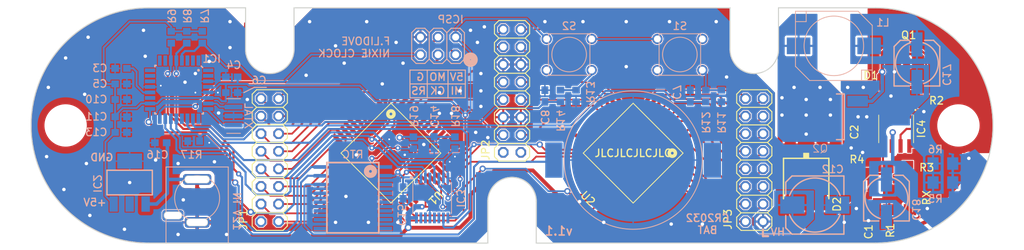
<source format=kicad_pcb>
(kicad_pcb (version 20241229) (generator "pcbnew") (generator_version "9.0")
  (layers (0 "F.Cu" signal) (2 "B.Cu" signal) (13 "F.Paste" user) (15 "B.Paste" user) (5 "F.SilkS" user "F.Silkscreen") (7 "B.SilkS" user "B.Silkscreen") (1 "F.Mask" user) (3 "B.Mask" user) (25 "Edge.Cuts" user))
  (net 0 "")
  (net 1 "GND")
  (net 2 "Net-(BAT0-POS-PadPOS@1)")
  (net 3 "VCC")
  (net 4 "Net-(IC4-FB)")
  (net 5 "Net-(C2-Pad1)")
  (net 6 "Net-(IC1A-AREF)")
  (net 7 "Net-(IC1A-PD7(AIN1{slash}PCINT23))")
  (net 8 "Net-(IC1A-PD6(AIN0{slash}OC0A{slash}PCINT22))")
  (net 10 "/HV_OUT")
  (net 11 "Net-(C17-Pad+)")
  (net 12 "Net-(D1-A)")
  (net 13 "Net-(D1-C)")
  (net 14 "Net-(Q2-D)")
  (net 15 "Net-(IC1A-(PCINT13{slash}SCL{slash}ADC5)PC5)")
  (net 20 "12V_IN")
  (net 23 "Net-(IC1A-PB6(XTAL1{slash}TOSC1{slash}PCINT6))")
  (net 24 "/RST")
  (net 28 "Net-(IC1A-(PCINT2{slash}OC1B{slash}~{SS})PB2)")
  (net 29 "/MOSI")
  (net 31 "Net-(IC1A-(PCINT1{slash}OC1A)PB1)")
  (net 32 "Net-(IC1A-(PCINT12{slash}SDA{slash}ADC4)PC4)")
  (net 35 "/MISO")
  (net 36 "/SCK")
  (net 37 "Net-(IC1A-PB7(XTAL2{slash}TOSC2{slash}PCINT7))")
  (net 38 "Net-(IC3-PadAOUT)")
  (net 42 "Net-(IC3-PadDOUT)")
  (net 43 "Net-(IC3-PadCOUT)")
  (net 44 "Net-(U1-D_IN)")
  (net 46 "/HV12")
  (net 48 "/HV16")
  (net 49 "/HV11")
  (net 50 "/HV22")
  (net 51 "/HV19")
  (net 52 "/HV14")
  (net 53 "/HV21")
  (net 54 "/HV23")
  (net 55 "/HV15")
  (net 56 "/HV17")
  (net 57 "/HV24")
  (net 58 "/HV18")
  (net 59 "/HV20")
  (net 60 "/HV13")
  (net 61 "/HV25")
  (net 62 "/HV7")
  (net 63 "/HV123")
  (net 64 "/HV10")
  (net 65 "/HV126")
  (net 66 "/HV124")
  (net 67 "/HV9")
  (net 70 "/HV125")
  (net 71 "/HV122")
  (net 72 "/HV8")
  (net 73 "/HV6")
  (net 74 "/HV109")
  (net 75 "/HV120")
  (net 76 "/HV118")
  (net 77 "/HV107")
  (net 78 "/HV110")
  (net 79 "/HV117")
  (net 80 "/HV119")
  (net 81 "/HV114")
  (net 82 "/HV115")
  (net 83 "/HV116")
  (net 84 "/HV113")
  (net 85 "/HV108")
  (net 86 "/HV112")
  (net 87 "/HV111")
  (net 88 "/HV121")
  (net 89 "Net-(R3-Pad1)")
  (net 90 "Net-(R11-Pad2)")
  (net 91 "Net-(R13-Pad2)")
  (net 92 "Net-(R19-Pad1)")
  (net 103 "Net-(U1-D_OUT)")
  (net 104 "/HV30")
  (net 105 "/HV4")
  (net 106 "/HV3")
  (net 107 "/HV32")
  (net 111 "/HV5")
  (net 112 "/HV26")
  (net 113 "/HV2")
  (net 114 "/HV27")
  (net 115 "/HV31")
  (net 116 "/HV1")
  (net 118 "/HV28")
  (net 119 "/HV29")
  (net 137 "Net-(UNK12V0-DETECTOR-PadDETECTOR1)")
  (footprint "ControllerBoardSMDPSU:TO252" (layer "F.Cu") (at 191.0011 112.7536 180)
    (property "Reference" "D2")
    (property "Value" "RFN10BM3STL" (hide yes))
  )
  (footprint "ControllerBoardSMDPSU:R1206_334" (layer "F.Cu") (at 198.5011 112.0036 180)
    (property "Reference" "R4")
    (property "Value" "475K" (hide yes))
  )
  (footprint "MountingHole:MountingHole_3.2mm_M3" (layer "F.Cu") (at 84 105)
    (property "Reference" "REF**" (hide yes))
    (property "Value" "MountingHole_3.2mm_M3")
  )
  (footprint "ControllerBoardSMDPSU:R1206_334" (layer "F.Cu") (at 203.0011 115.7536 90)
    (property "Reference" "R1")
    (property "Value" "13.7K, 1%" (hide yes))
  )
  (footprint "ControllerBoardSMDPSU:2X08_325" (layer "F.Cu") (at 148.5011 100.0036 90)
    (property "Reference" "JP2")
    (property "Value" "PINHD-2X8")
  )
  (footprint "ControllerBoardSMDPSU:R1206_334" (layer "F.Cu") (at 209.7511 99.5036 180)
    (property "Reference" "R2")
    (property "Value" "1K" (hide yes))
  )
  (footprint "ControllerBoardSMDPSU:SOIC127P600X175-8" (layer "F.Cu") (at 204.0011 105.5036 -90)
    (property "Reference" "IC4")
    (property "Value" "MC34063" (hide yes))
  )
  (footprint "ControllerBoardSMDPSU:C0603_334" (layer "F.Cu") (at 199.7511 106.2536 -90)
    (property "Reference" "C2")
    (property "Value" "680pF" (hide yes))
  )
  (footprint "ControllerBoardSMDPSU:SOT23_353" (layer "F.Cu") (at 205.5011 94.7536 180)
    (property "Reference" "Q1")
    (property "Value" "6V PNP" (hide yes))
  )
  (footprint "MountingHole:MountingHole_3.2mm_M3" (layer "F.Cu") (at 213 105)
    (property "Reference" "REF**" (hide yes))
    (property "Value" "MountingHole_3.2mm_M3")
  )
  (footprint "ControllerBoardSMDPSU:2X08_325" (layer "F.Cu") (at 183.5011 110.0036 90)
    (property "Reference" "JP3")
    (property "Value" "PINHD-2X8")
  )
  (footprint "ControllerBoardSMDPSU:2X08_325" (layer "F.Cu") (at 113.5011 110.0036 90)
    (property "Reference" "JP1")
    (property "Value" "PINHD-2X8")
  )
  (footprint "ControllerBoardSMDPSU:44_PQFP_CORRECTED" (layer "F.Cu") (at 166.0011 109.0036 135)
    (property "Reference" "U2")
    (property "Value" "HV5530" (hide yes))
  )
  (footprint "ControllerBoardSMDPSU:R1206_334" (layer "F.Cu") (at 206.0011 115.7536 -90)
    (property "Reference" "RX")
    (property "Value" "680 1%" (hide yes))
  )
  (footprint "ControllerBoardSMDPSU:SOD123" (layer "F.Cu") (at 203.2511 99.5036)
    (property "Reference" "D1")
    (property "Value" "SOT123DIODE")
  )
  (footprint "ControllerBoardSMDPSU:C0603_334" (layer "F.Cu") (at 200.0011 116.0036 -90)
    (property "Reference" "C1")
    (property "Value" "0.01uF" (hide yes))
  )
  (footprint "ControllerBoardSMDPSU:44_PQFP_CORRECTED" (layer "F.Cu") (at 131.0011 109.0036 -135)
    (property "Reference" "U1")
    (property "Value" "HV5530" (hide yes))
  )
  (footprint "ControllerBoardSMDPSU:R1206_334" (layer "F.Cu") (at 204.2511 111.0036 180)
    (property "Reference" "R3")
    (property "Value" "4.02K 1%" (hide yes))
  )
  (footprint "ControllerBoardSMDPSU:CR2032-SMD" (layer "B.Cu") (at 166.0011 110.0036 180)
    (property "Reference" "BAT0" (hide yes))
    (property "Value" "CR2032-SMD-HLDR" (hide yes))
  )
  (footprint "ControllerBoardSMDPSU:CUI_PWR_JACK" (layer "B.Cu") (at 103.0011 115.5036 180)
    (property "Reference" "12V IN")
    (property "Value" "CUI_PWR_JACK" (hide yes))
    (fp_line (start 4.75 -2.4) (end 4.75 -2.6) (stroke (width 0.127)) (layer "Edge.Cuts"))
    (fp_line (start 4.35 -3) (end 2.65 -3) (stroke (width 0.127)) (layer "Edge.Cuts"))
    (fp_line (start 2.65 -2) (end 4.35 -2) (stroke (width 0.127)) (layer "Edge.Cuts"))
    (fp_line (start 2.25 -2.6) (end 2.25 -2.4) (stroke (width 0.127)) (layer "Edge.Cuts"))
    (fp_line (start 1.75 2.8) (end 1.75 2.6) (stroke (width 0.127)) (layer "Edge.Cuts"))
    (fp_line (start 1.5 -3.4) (end 1.5 -3.6) (stroke (width 0.127)) (layer "Edge.Cuts"))
    (fp_line (start 1.35 2.2) (end -1.35 2.2) (stroke (width 0.127)) (layer "Edge.Cuts"))
    (fp_line (start 1.1 -4) (end -1.1 -4) (stroke (width 0.127)) (layer "Edge.Cuts"))
    (fp_line (start -1.1 -3) (end 1.1 -3) (stroke (width 0.127)) (layer "Edge.Cuts"))
    (fp_line (start -1.35 3.2) (end 1.35 3.2) (stroke (width 0.127)) (layer "Edge.Cuts"))
    (fp_line (start -1.5 -3.6) (end -1.5 -3.4) (stroke (width 0.127)) (layer "Edge.Cuts"))
    (fp_line (start -1.75 2.6) (end -1.75 2.8) (stroke (width 0.127)) (layer "Edge.Cuts"))
    (fp_arc (start 4.75 -2.4) (mid 4.632843 -2.117157) (end 4.35 -2) (stroke (width 0.127)) (layer "Edge.Cuts"))
    (fp_arc (start 4.35 -3) (mid 4.632843 -2.882843) (end 4.75 -2.6) (stroke (width 0.127)) (layer "Edge.Cuts"))
    (fp_arc (start 2.65 -2) (mid 2.367157 -2.117157) (end 2.25 -2.4) (stroke (width 0.127)) (layer "Edge.Cuts"))
    (fp_arc (start 2.25 -2.6) (mid 2.367157 -2.882843) (end 2.65 -3) (stroke (width 0.127)) (layer "Edge.Cuts"))
    (fp_arc (start 1.75 2.8) (mid 1.632843 3.082843) (end 1.35 3.2) (stroke (width 0.127)) (layer "Edge.Cuts"))
    (fp_arc (start 1.5 -3.4) (mid 1.382843 -3.117157) (end 1.1 -3) (stroke (width 0.127)) (layer "Edge.Cuts"))
    (fp_arc (start 1.35 2.2) (mid 1.632843 2.317157) (end 1.75 2.6) (stroke (width 0.127)) (layer "Edge.Cuts"))
    (fp_arc (start 1.1 -4) (mid 1.382843 -3.882843) (end 1.5 -3.6) (stroke (width 0.127)) (layer "Edge.Cuts"))
    (fp_arc (start -1.1 -3) (mid -1.382843 -3.117157) (end -1.5 -3.4) (stroke (width 0.127)) (layer "Edge.Cuts"))
    (fp_arc (start -1.35 3.2) (mid -1.632843 3.082843) (end -1.75 2.8) (stroke (width 0.127)) (layer "Edge.Cuts"))
    (fp_arc (start -1.5 -3.6) (mid -1.382843 -3.882843) (end -1.1 -4) (stroke (width 0.127)) (layer "Edge.Cuts"))
    (fp_arc (start -1.75 2.6) (mid -1.632843 2.317157) (end -1.35 2.2) (stroke (width 0.127)) (layer "Edge.Cuts"))
  )
  (footprint "ControllerBoardSMDPSU:TL1105" (layer "B.Cu") (at 160.0011 97.0036 180)
    (property "Reference" "S2")
    (property "Value" "TL1105" (hide yes))
  )
  (footprint "ControllerBoardSMDPSU:C0603_334" (layer "B.Cu") (at 92.0011 106.0036)
    (property "Reference" "C13")
    (property "Value" "0.1uF")
  )
  (footprint "ControllerBoardSMDPSU:CSTNE" (layer "B.Cu") (at 108.2661 103.6386 180)
    (property "Reference" "XTAL")
    (property "Value" "CSTNE" (hide yes))
  )
  (footprint "ControllerBoardSMDPSU:R0603_334" (layer "B.Cu") (at 101.5011 92.2536 90)
    (property "Reference" "R8")
    (property "Value" "4.7k")
  )
  (footprint "ControllerBoardSMDPSU:R0603_334" (layer "B.Cu") (at 134.2511 107.5036 90)
    (property "Reference" "R19")
    (property "Value" "4.7k")
  )
  (footprint "ControllerBoardSMDPSU:TL1105" (layer "B.Cu") (at 176.0011 97.0036 180)
    (property "Reference" "S1")
    (property "Value" "TL1105" (hide yes))
  )
  (footprint "ControllerBoardSMDPSU:R0603_334" (layer "B.Cu") (at 176.5011 100.7536 90)
    (property "Reference" "R12")
    (property "Value" "10k")
  )
  (footprint "ControllerBoardSMDPSU:C0603_334" (layer "B.Cu") (at 153.2511 100.7536 90)
    (property "Reference" "C8")
    (property "Value" "0.1uF")
  )
  (footprint "ControllerBoardSMDPSU:153CLV-0810_334" (layer "B.Cu") (at 192.2511 116.5036 180)
    (property "Reference" "C12")
    (property "Value" "3.3uF")
  )
  (footprint "ControllerBoardSMDPSU:SOP65P640X120-16N" (layer "B.Cu") (at 136.9586 115.4811 -90)
    (property "Reference" "IC3")
    (property "Value" "CD4504BTSSOP16")
  )
  (footprint "ControllerBoardSMDPSU:SDR1105" (layer "B.Cu") (at 195.0011 93.5036 -90)
    (property "Reference" "L1")
    (property "Value" "100uH")
  )
  (footprint "ControllerBoardSMDPSU:R0603_334" (layer "B.Cu") (at 178.7511 100.7536 90)
    (property "Reference" "R11")
    (property "Value" "10k")
  )
  (footprint "ControllerBoardSMDPSU:R0603_334" (layer "B.Cu") (at 99.2511 92.2536 90)
    (property "Reference" "R9")
    (property "Value" "4.7k")
  )
  (footprint "ControllerBoardSMDPSU:R1206_334" (layer "B.Cu") (at 210.7511 113.2536 180)
    (property "Reference" "R5")
    (property "Value" "0.5")
  )
  (footprint "ControllerBoardSMDPSU:153CLV-0605_334" (layer "B.Cu") (at 207.0011 96.0036 90)
    (property "Reference" "C17")
    (property "Value" "220uF")
  )
  (footprint "ControllerBoardSMDPSU:R1206_334" (layer "B.Cu") (at 210.7511 110.5036 180)
    (property "Reference" "R6")
    (property "Value" "0.5")
  )
  (footprint "ControllerBoardSMDPSU:R0603_334" (layer "B.Cu") (at 157.7511 100.7536 90)
    (property "Reference" "R13")
    (property "Value" "10k")
  )
  (footprint "ControllerBoardSMDPSU:C0603_334" (layer "B.Cu") (at 108.0011 98.0036 180)
    (property "Reference" "C4")
    (property "Value" "0.1uF")
  )
  (footprint "ControllerBoardSMDPSU:SOT223_262" (layer "B.Cu") (at 93.2511 113.2536 180)
    (property "Reference" "IC2")
    (property "Value" "LM340?-MP")
  )
  (footprint "ControllerBoardSMDPSU:C0603_334" (layer "B.Cu") (at 92.0011 103.7536)
    (property "Reference" "C11")
    (property "Value" "10uF")
  )
  (footprint "ControllerBoardSMDPSU:C0603_334" (layer "B.Cu") (at 92.0011 96.7536 180)
    (property "Reference" "C3")
    (property "Value" "0.1uF")
  )
  (footprint "ControllerBoardSMDPSU:SOIC16-CORRECT" (layer "B.Cu") (at 125.5011 111.0036 180)
    (property "Reference" "RTC")
    (property "Value" "DS3231-CORRECT" (hide yes))
  )
  (footprint "ControllerBoardSMDPSU:2X03_325" (layer "B.Cu") (at 137.8111 93.5036 180)
    (property "Reference" "ICSP")
    (property "Value" "PINHD-2X3")
  )
  (footprint "ControllerBoardSMDPSU:C0603_334" (layer "B.Cu") (at 92.0011 99.0036)
    (property "Reference" "C5")
    (property "Value" "0.1uF")
  )
  (footprint "ControllerBoardSMDPSU:C0603_334" (layer "B.Cu") (at 132.7511 114.7536 -90)
    (property "Reference" "C15")
    (property "Value" "0.1uF")
  )
  (footprint "ControllerBoardSMDPSU:DPAK" (layer "B.Cu") (at 193.5011 103.7536 -90)
    (property "Reference" "Q2")
    (property "Value" "IRFR220")
  )
  (footprint "ControllerBoardSMDPSU:R0603_334" (layer "B.Cu") (at 103.7511 92.2536 90)
    (property "Reference" "R7")
    (property "Value" "10k")
  )
  (footprint "ControllerBoardSMDPSU:153CLV-0605_334" (layer "B.Cu") (at 202.6011 115.5036 90)
    (property "Reference" "C18")
    (property "Value" "CPOL-EU153CLV-0605")
  )
  (footprint "ControllerBoardSMDPSU:QFP32_7X7_0.80" (layer "B.Cu") (at 100.3986 99.8286 180)
    (property "Reference" "IC1")
    (property "Value" "ATMEGA8P-AU")
  )
  (footprint "ControllerBoardSMDPSU:C0603_334" (layer "B.Cu") (at 97.7511 107.5036 180)
    (property "Reference" "C16")
    (property "Value" "0.22uF")
  )
  (footprint "ControllerBoardSMDPSU:C0603_334" (layer "B.Cu") (at 92.0011 101.2536)
    (property "Reference" "C10")
    (property "Value" "0.1uF")
  )
  (footprint "ControllerBoardSMDPSU:C0603_334" (layer "B.Cu") (at 108.0011 100.2536)
    (property "Reference" "C6")
    (property "Value" "0.1uF")
  )
  (footprint "ControllerBoardSMDPSU:C0603_334" (layer "B.Cu") (at 174.2511 100.7536 90)
    (property "Reference" "C7")
    (property "Value" "0.1uF")
  )
  (footprint "ControllerBoardSMDPSU:R0603_334" (layer "B.Cu") (at 102.5011 107.2536)
    (property "Reference" "R17")
    (property "Value" "10k")
  )
  (footprint "ControllerBoardSMDPSU:R0603_334" (layer "B.Cu") (at 140.2511 107.5036 90)
    (property "Reference" "R18")
    (property "Value" "4.7k")
  )
  (footprint "ControllerBoardSMDPSU:C0603_334" (layer "B.Cu") (at 137.2511 107.5036 -90)
    (property "Reference" "C14")
    (property "Value" "0.1uF")
  )
  (footprint "ControllerBoardSMDPSU:R0603_334" (layer "B.Cu") (at 155.5011 100.7536 90)
    (property "Reference" "R14")
    (property "Value" "10k")
  )
  (gr_line (start 141.7511 101.0036) (end 139.2511 101.0036) (stroke (width 0.1524)) (layer "B.SilkS"))
  (gr_line (start 141.7511 99.0036) (end 141.7511 101.0036) (stroke (width 0.1524)) (layer "B.SilkS"))
  (gr_line (start 133.7511 99.0036) (end 133.7511 97.0036) (stroke (width 0.1524)) (layer "B.SilkS"))
  (gr_line (start 113.0011 99.5036) (end 111.2511 99.5036) (stroke (width 0.1524)) (layer "B.SilkS"))
  (gr_line (start 111.2511 99.5036) (end 109.7511 100.2536) (stroke (width 0.1524)) (layer "B.SilkS"))
  (gr_line (start 141.7511 97.0036) (end 141.7511 99.0036) (stroke (width 0.1524)) (layer "B.SilkS"))
  (gr_line (start 184.7511 120.0036) (end 184.7511 121.0036) (stroke (width 0.3048)) (layer "B.SilkS"))
  (gr_line (start 184.7511 121.0036) (end 185.5011 121.0036) (stroke (width 0.3048)) (layer "B.SilkS"))
  (gr_line (start 141.7511 99.0036) (end 133.7511 99.0036) (stroke (width 0.1524)) (layer "B.SilkS"))
  (gr_line (start 133.7511 97.0036) (end 136.2511 97.0036) (stroke (width 0.1524)) (layer "B.SilkS"))
  (gr_line (start 139.2511 97.0036) (end 141.7511 97.0036) (stroke (width 0.1524)) (layer "B.SilkS"))
  (gr_line (start 139.2511 101.0036) (end 136.2511 101.0036) (stroke (width 0.1524)) (layer "B.SilkS"))
  (gr_line (start 136.2511 101.0036) (end 133.7511 101.0036) (stroke (width 0.1524)) (layer "B.SilkS"))
  (gr_circle (center 142.5011 95.5036) (end 142.5511 95.5036) (stroke (width 1)) (fill no) (layer "B.SilkS"))
  (gr_line (start 136.2511 97.0036) (end 139.2511 97.0036) (stroke (width 0.1524)) (layer "B.SilkS"))
  (gr_line (start 136.2511 97.0036) (end 136.2511 101.0036) (stroke (width 0.1524)) (layer "B.SilkS"))
  (gr_line (start 133.7511 101.0036) (end 133.7511 99.0036) (stroke (width 0.1524)) (layer "B.SilkS"))
  (gr_line (start 139.2511 97.0036) (end 139.2511 101.0036) (stroke (width 0.1524)) (layer "B.SilkS"))
  (gr_line (start 201.0011 122.0036) (end 152.0011 122.0036) (stroke (width 0.1524)) (layer "Edge.Cuts"))
  (gr_line (start 187.0011 88.0036) (end 201.0011 88.0036) (stroke (width 0.1524)) (layer "Edge.Cuts"))
  (gr_line (start 180.0011 94.0036) (end 180.0011 88.0036) (stroke (width 0.1524)) (layer "Edge.Cuts"))
  (gr_arc (start 117.0011 94.0036) (mid 113.5011 97.5036) (end 110.0011 94.0036) (stroke (width 0.1524)) (layer "Edge.Cuts"))
  (gr_line (start 152.0011 116.0036) (end 152.0011 122.0036) (stroke (width 0.1524)) (layer "Edge.Cuts"))
  (gr_arc (start 187.0011 94.0036) (mid 183.5011 97.5036) (end 180.0011 94.0036) (stroke (width 0.1524)) (layer "Edge.Cuts"))
  (gr_line (start 110.0011 94.0036) (end 110.0011 88.0036) (stroke (width 0.1524)) (layer "Edge.Cuts"))
  (gr_arc (start 145.0011 116.0036) (mid 148.5011 112.5036) (end 152.0011 116.0036) (stroke (width 0.1524)) (layer "Edge.Cuts"))
  (gr_arc (start 201.0011 88.0036) (mid 218.0011 105.0036) (end 201.0011 122.0036) (stroke (width 0.1524)) (layer "Edge.Cuts"))
  (gr_arc (start 96.0011 122.0036) (mid 79.0011 105.0036) (end 96.0011 88.0036) (stroke (width 0.1524)) (layer "Edge.Cuts"))
  (gr_line (start 187.0011 94.0036) (end 187.0011 88.0036) (stroke (width 0.1524)) (layer "Edge.Cuts"))
  (gr_line (start 96.0011 88.0036) (end 110.0011 88.0036) (stroke (width 0.1524)) (layer "Edge.Cuts"))
  (gr_line (start 145.0011 116.0036) (end 145.0011 122.0036) (stroke (width 0.1524)) (layer "Edge.Cuts"))
  (gr_line (start 117.0011 94.0036) (end 117.0011 88.0036) (stroke (width 0.1524)) (layer "Edge.Cuts"))
  (gr_line (start 145.0011 122.0036) (end 96.0011 122.0036) (stroke (width 0.1524)) (layer "Edge.Cuts"))
  (gr_line (start 117.0011 88.0036) (end 180.0011 88.0036) (stroke (width 0.1524)) (layer "Edge.Cuts"))
  (gr_text "JLCJLCJLCJLC" (at 166.0011 109.0036 0) (layer "F.SilkS") (effects (font (size 1.0795 1.0795) (thickness 0.1905))))
  (gr_text "F.LIDOVE\nNIXIE CLOCK" (at 131 95.25 0) (layer "B.SilkS") (effects (font (size 1.09855 1.09855) (thickness 0.17145)) (justify left bottom mirror)))
  (gr_text "MO" (at 137.7511 98.0036 -0) (layer "B.SilkS") (effects (font (size 1.0795 1.0795) (thickness 0.1905)) (justify mirror)))
  (gr_text "5V" (at 140.5011 98.0036 -0) (layer "B.SilkS") (effects (font (size 1.0795 1.0795) (thickness 0.1905)) (justify mirror)))
  (gr_text "RS" (at 135.0011 100.0036 -0) (layer "B.SilkS") (effects (font (size 1.0795 1.0795) (thickness 0.1905)) (justify mirror)))
  (gr_text "CK" (at 137.7511 100.0036 -0) (layer "B.SilkS") (effects (font (size 1.0795 1.0795) (thickness 0.1905)) (justify mirror)))
  (gr_text "GND" (at 91.0011 110.2536 -0) (layer "B.SilkS") (effects (font (size 1.0795 1.0795) (thickness 0.1905)) (justify left bottom mirror)))
  (gr_text "CR2032\nBAT" (at 176.7511 119.2536 0) (layer "B.SilkS") (effects (font (size 1.0795 1.0795) (thickness 0.1905)) (justify mirror)))
  (gr_text "HV" (at 185.7511 119.7536 0) (layer "B.SilkS") (effects (font (size 1.0795 1.0795) (thickness 0.1905)) (justify right top mirror)))
  (gr_text "+5V" (at 90.0011 116.7536 -0) (layer "B.SilkS") (effects (font (size 1.0795 1.0795) (thickness 0.1905)) (justify left bottom mirror)))
  (gr_text "G" (at 135.2511 98.0036 -0) (layer "B.SilkS") (effects (font (size 1.0795 1.0795) (thickness 0.1905)) (justify mirror)))
  (gr_text "MI" (at 140.5011 100.0036 -0) (layer "B.SilkS") (effects (font (size 1.0795 1.0795) (thickness 0.1905)) (justify mirror)))
  (gr_text "v1.1" (at 155.2511 120.2536 0) (layer "B.SilkS") (effects (font (size 1.275 1.275) (thickness 0.225)) (justify mirror)))
  (segment (start 202.256075 103.0302) (end 202.290675 102.9956) (width 0.762) (layer "F.Cu") (net 1))
  (segment (start 137.2511 114.6536) (end 137.3511 114.7536) (width 0.254) (layer "F.Cu") (net 1))
  (segment (start 202.0961 103.0302) (end 202.0961 101.5986) (width 0.762) (layer "F.Cu") (net 1))
  (segment (start 103.0011 120.5036) (end 103.0011 119.0036) (width 0.508) (layer "F.Cu") (net 1))
  (segment (start 160.632468 115.5036) (end 160.2511 115.5036) (width 0.254) (layer "F.Cu") (net 1))
  (segment (start 202.290675 102.9956) (end 202.53315 102.9956) (width 0.762) (layer "F.Cu") (net 1))
  (segment (start 103.0011 119.0036) (end 103.0011 116.5036) (width 0.508) (layer "F.Cu") (net 1))
  (segment (start 136.375109 113.246244) (end 137.2511 114.122235) (width 0.254) (layer "F.Cu") (net 1))
  (segment (start 161.758456 114.377613) (end 160.632468 115.5036) (width 0.254) (layer "F.Cu") (net 1))
  (segment (start 105.7511 119.0036) (end 103.0011 119.0036) (width 0.635) (layer "F.Cu") (net 1))
  (segment (start 202.0961 103.0302) (end 201.2777 103.0302) (width 0.762) (layer "F.Cu") (net 1))
  (segment (start 202.0961 103.0302) (end 202.256075 103.0302) (width 0.762) (layer "F.Cu") (net 1))
  (segment (start 201.2777 103.0302) (end 201.2511 103.0036) (width 0.762) (layer "F.Cu") (net 1))
  (segment (start 137.2511 114.122235) (end 137.2511 114.6536) (width 0.254) (layer "F.Cu") (net 1))
  (segment (start 135.132465 112.0036) (end 135.0011 112.0036) (width 0.254) (layer "F.Cu") (net 1))
  (segment (start 202.0961 101.5986) (end 202.0011 101.5036) (width 0.762) (layer "F.Cu") (net 1))
  (segment (start 136.375109 113.246244) (end 135.132465 112.0036) (width 0.254) (layer "F.Cu") (net 1))
  (via (at 102.7511 97.5036) (size 0.9064) (drill 0.5) (layers "F.Cu" "B.Cu") (net 1))
  (via (at 144.0011 100.0036) (size 0.9064) (drill 0.5) (layers "F.Cu" "B.Cu") (net 1))
  (via (at 84.0011 95.2536) (size 0.9064) (drill 0.5) (layers "F.Cu" "B.Cu") (net 1))
  (via (at 86.7511 100.5036) (size 0.9064) (drill 0.5) (layers "F.Cu" "B.Cu") (net 1))
  (via (at 165.0011 96.5036) (size 0.9064) (drill 0.5) (layers "F.Cu" "B.Cu") (net 1))
  (via (at 118.75 97.7536) (size 0.9064) (drill 0.5) (layers "F.Cu" "B.Cu") (net 1))
  (via (at 199.1511 108.9036) (size 0.9064) (drill 0.5) (layers "F.Cu" "B.Cu") (net 1))
  (via (at 123.0011 119.0036) (size 0.9064) (drill 0.5) (layers "F.Cu" "B.Cu") (net 1))
  (via (at 83.7511 114.2536) (size 0.9064) (drill 0.5) (layers "F.Cu" "B.Cu") (net 1))
  (via (at 106.0011 100.2536) (size 0.6564) (drill 0.25) (layers "F.Cu" "B.Cu") (net 1))
  (via (at 141.0011 100.0036) (size 0.9064) (drill 0.5) (layers "F.Cu" "B.Cu") (net 1))
  (via (at 93.2511 113.2536) (size 0.9064) (drill 0.5) (layers "F.Cu" "B.Cu") (net 1))
  (via (at 101.0011 115.7536) (size 0.9064) (drill 0.5) (layers "F.Cu" "B.Cu") (net 1))
  (via (at 92.5011 120.0036) (size 0.9064) (drill 0.5) (layers "F.Cu" "B.Cu") (net 1))
  (via (at 144.0011 97.5036) (size 0.9064) (drill 0.5) (layers "F.Cu" "B.Cu") (net 1))
  (via (at 158.2511 116.0036) (size 0.9064) (drill 0.5) (layers "F.Cu" "B.Cu") (net 1))
  (via (at 123 93.5) (size 0.9064) (drill 0.5) (layers "F.Cu" "B.Cu") (net 1))
  (via (at 203.7511 97.2536) (size 0.9064) (drill 0.5) (layers "F.Cu" "B.Cu") (net 1))
  (via (at 165.0011 90.0036) (size 0.9064) (drill 0.5) (layers "F.Cu" "B.Cu") (net 1))
  (via (at 139.5011 110.2536) (size 0.6564) (drill 0.25) (layers "F.Cu" "B.Cu") (net 1))
  (via (at 132.0011 119.0036) (size 0.9064) (drill 0.5) (layers "F.Cu" "B.Cu") (net 1))
  (via (at 197.5011 108.2536) (size 0.9064) (drill 0.5) (layers "F.Cu" "B.Cu") (net 1))
  (via (at 140.2511 109.5036) (size 0.6564) (drill 0.25) (layers "F.Cu" "B.Cu") (net 1))
  (via (at 81.2511 109.5036) (size 0.9064) (drill 0.5) (layers "F.Cu" "B.Cu") (net 1))
  (via (at 143.2511 106.0036) (size 0.9064) (drill 0.5) (layers "F.Cu" "B.Cu") (net 1))
  (via (at 95.5011 95.0036) (size 0.9064) (drill 0.5) (layers "F.Cu" "B.Cu") (net 1))
  (via (at 153.2511 90.0036) (size 0.9064) (drill 0.5) (layers "F.Cu" "B.Cu") (net 1))
  (via (at 143.5011 93.0036) (size 0.9064) (drill 0.5) (layers "F.Cu" "B.Cu") (net 1))
  (via (at 127.7511 119.0036) (size 0.9064) (drill 0.5) (layers "F.Cu" "B.Cu") (net 1))
  (via (at 132.7511 96.0036) (size 0.9064) (drill 0.5) (layers "F.Cu" "B.Cu") (net 1))
  (via (at 97.7511 99.2536) (size 0.6564) (drill 0.25) (layers "F.Cu" "B.Cu") (net 1))
  (via (at 100.2511 120.7536) (size 0.9064) (drill 0.5) (layers "F.Cu" "B.Cu") (net 1))
  (via (at 176.0011 119.2536) (size 0.9064) (drill 0.5) (layers "F.Cu" "B.Cu") (net 1))
  (via (at 124.5011 115.2536) (size 0.9064) (drill 0.5) (layers "F.Cu" "B.Cu") (net 1))
  (via (at 87.5011 118.0036) (size 0.9064) (drill 0.5) (layers "F.Cu" "B.Cu") (net 1))
  (via (at 101.2511 98.7536) (size 0.9064) (drill 0.5) (layers "F.Cu" "B.Cu") (net 1))
  (via (at 102.7511 100.2536) (size 0.6564) (drill 0.25) (layers "F.Cu" "B.Cu") (net 1))
  (via (at 81.5011 99.5036) (size 0.9064) (drill 0.5) (layers "F.Cu" "B.Cu") (net 1))
  (via (at 158.7511 90.0036) (size 0.9064) (drill 0.5) (layers "F.Cu" "B.Cu") (net 1))
  (via (at 95.2511 91.2536) (size 0.9064) (drill 0.5) (layers "F.Cu" "B.Cu") (net 1))
  (via (at 104.7511 107.5036) (size 0.6564) (drill 0.25) (layers "F.Cu" "B.Cu") (net 1))
  (via (at 171.5011 119.2536) (size 0.9064) (drill 0.5) (layers "F.Cu" "B.Cu") (net 1))
  (via (at 133.0011 109.2536) (size 0.7564) (drill 0.35) (layers "F.Cu" "B.Cu") (net 1))
  (via (at 145.0011 106.7536) (size 0.9064) (drill 0.5) (layers "F.Cu" "B.Cu") (net 1))
  (via (at 97.0011 110.0036) (size 0.9064) (drill 0.5) (layers "F.Cu" "B.Cu") (net 1))
  (via (at 104.7511 95.7536) (size 0.9064) (drill 0.5) (layers "F.Cu" "B.Cu") (net 1))
  (via (at 196.5011 119.0036) (size 0.9064) (drill 0.5) (layers "F.Cu" "B.Cu") (net 1))
  (via (at 161.7511 119.0036) (size 0.9064) (drill 0.5) (layers "F.Cu" "B.Cu") (net 1))
  (via (at 106.1011 103.2036) (size 0.9064) (drill 0.5) (layers "F.Cu" "B.Cu") (net 1))
  (via (at 131.7511 93.0036) (size 0.9064) (drill 0.5) (layers "F.Cu" "B.Cu") (net 1))
  (via (at 142.5011 91.2536) (size 0.9064) (drill 0.5) (layers "F.Cu" "B.Cu") (net 1))
  (via (at 107.7511 90.0036) (size 0.9064) (drill 0.5) (layers "F.Cu" "B.Cu") (net 1))
  (via (at 179.5011 98.0036) (size 0.9064) (drill 0.5) (layers "F.Cu" "B.Cu") (net 1))
  (via (at 198.2511 117.0036) (size 0.9064) (drill 0.5) (layers "F.Cu" "B.Cu") (net 1))
  (via (at 124.25 96) (size 0.9064) (drill 0.5) (layers "F.Cu" "B.Cu") (net 1))
  (via (at 135.7511 107.7536) (size 0.9064) (drill 0.5) (layers "F.Cu" "B.Cu") (net 1))
  (via (at 126.0011 109.2536) (size 0.9064) (drill 0.5) (layers "F.Cu" "B.Cu") (net 1))
  (via (at 171.2511 90.0036) (size 0.9064) (drill 0.5) (layers "F.Cu" "B.Cu") (net 1))
  (via (at 127.5011 90.0036) (size 0.9064) (drill 0.5) (layers "F.Cu" "B.Cu") (net 1))
  (via (at 199.7511 103.7536) (size 0.9064) (drill 0.5) (layers "F.Cu" "B.Cu") (net 1))
  (via (at 100.2511 110.5036) (size 0.9064) (drill 0.5) (layers "F.Cu" "B.Cu") (net 1))
  (via (at 198.5011 103.7536) (size 0.9064) (drill 0.5) (layers "F.Cu" "B.Cu") (net 1))
  (via (at 144.0011 102.2536) (size 0.9064) (drill 0.5) (layers "F.Cu" "B.Cu") (net 1))
  (via (at 110.2511 101.2536) (size 0.9064) (drill 0.5) (layers "F.Cu" "B.Cu") (net 1))
  (via (at 200.0011 118.7536) (size 0.9064) (drill 0.5) (layers "F.Cu" "B.Cu") (net 1))
  (via (at 105.5011 110.2536) (size 0.9064) (drill 0.5) (layers "F.Cu" "B.Cu") (net 1))
  (via (at 130.7511 107.0036) (size 0.6564) (drill 0.25) (layers "F.Cu" "B.Cu") (net 1))
  (via (at 137.0011 115.2536) (size 0.7064) (drill 0.3) (layers "F.Cu" "B.Cu") (net 1))
  (via (at 197.0011 99.5036) (size 0.9064) (drill 0.5) (layers "F.Cu" "B.Cu") (net 1))
  (via (at 144.5011 90.7536) (size 0.9064) (drill 0.5) (layers "F.Cu" "B.Cu") (net 1))
  (via (at 119.2511 90.0036) (size 0.9064) (drill 0.5) (layers "F.Cu" "B.Cu") (net 1))
  (via (at 87.0011 110.5036) (size 0.9064) (drill 0.5) (layers "F.Cu" "B.Cu") (net 1))
  (via (at 139.7511 103.2536) (size 0.9064) (drill 0.5) (layers "F.Cu" "B.Cu") (net 1))
  (via (at 129.7511 99.0036) (size 0.9064) (drill 0.5) (layers "F.Cu" "B.Cu") (net 1))
  (via (at 107.7511 93.7536) (size 0.9064) (drill 0.5) (layers "F.Cu" "B.Cu") (net 1))
  (via (at 203.2511 100.7536) (size 0.9064) (drill 0.5) (layers "F.Cu" "B.Cu") (net 1))
  (via (at 87.2511 92.2536) (size 0.9064) (drill 0.5) (layers "F.Cu" "B.Cu") (net 1))
  (via (at 138.0011 100.2536) (size 0.9064) (drill 0.5) (layers "F.Cu" "B.Cu") (net 1))
  (via (at 107.2511 120.7536) (size 0.9064) (drill 0.5) (layers "F.Cu" "B.Cu") (net 1))
  (via (at 138.0011 103.2536) (size 0.9064) (drill 0.5) (layers "F.Cu" "B.Cu") (net 1))
  (via (at 199.2511 99.5036) (size 0.9064) (drill 0.5) (layers "F.Cu" "B.Cu") (net 1))
  (via (at 178.0011 90.0036) (size 0.9064) (drill 0.5) (layers "F.Cu" "B.Cu") (net 1))
  (segment (start 103.0011 119.0036) (end 103.0011 117.2536) (width 0.381) (layer "B.Cu") (net 1))
  (segment (start 103.0011 119.0036) (end 103.0011 120.5036) (width 0.381) (layer "B.Cu") (net 1))
  (segment (start 105.7511 119.0036) (end 103.0011 119.0036) (width 0.381) (layer "B.Cu") (net 1))
  (segment (start 119.7511 120.759) (end 118.5011 119.509) (width 0.3048) (layer "B.Cu") (net 2))
  (segment (start 118.5011 119.509) (end 118.5011 113.7536) (width 0.3048) (layer "B.Cu") (net 2))
  (segment (start 118.7111 113.5436) (end 120.8161 113.5436) (width 0.3048) (layer "B.Cu") (net 2))
  (segment (start 154.3011 110.2536) (end 143.7511 110.2536) (width 0.3048) (layer "B.Cu") (net 2))
  (segment (start 143.0011 118.5036) (end 140.7457 120.759) (width 0.3048) (layer "B.Cu") (net 2))
  (segment (start 143.7511 110.2536) (end 143.0011 111.0036) (width 0.3048) (layer "B.Cu") (net 2))
  (segment (start 143.0011 111.0036) (end 143.0011 118.5036) (width 0.3048) (layer "B.Cu") (net 2))
  (segment (start 118.5011 113.7536) (end 118.7111 113.5436) (width 0.3048) (layer "B.Cu") (net 2))
  (segment (start 154.5511 110.0036) (end 154.3011 110.2536) (width 0.3048) (layer "B.Cu") (net 2))
  (segment (start 140.7457 120.759) (end 119.7511 120.759) (width 0.3048) (layer "B.Cu") (net 2))
  (segment (start 141.7511 103.5036) (end 141.7511 107.7536) (width 0.3048) (layer "F.Cu") (net 3))
  (segment (start 132.5011 106.7536) (end 132.2511 106.7536) (width 0.508) (layer "F.Cu") (net 3))
  (segment (start 134.5011 109.2536) (end 134.5011 108.7536) (width 0.3048) (layer "F.Cu") (net 3))
  (segment (start 132.0011 111.7536) (end 134.5011 109.2536) (width 0.3048) (layer "F.Cu") (net 3))
  (segment (start 134.5011 108.7536) (end 132.5011 106.7536) (width 0.3048) (layer "F.Cu") (net 3))
  (segment (start 140.7511 108.7536) (end 134.5011 108.7536) (width 0.3048) (layer "F.Cu") (net 3))
  (segment (start 141.7511 107.7536) (end 140.7511 108.7536) (width 0.3048) (layer "F.Cu") (net 3))
  (via (at 132.0011 111.7536) (size 0.7564) (drill 0.35) (layers "F.Cu" "B.Cu") (net 3))
  (via (at 141.7511 103.5036) (size 0.7564) (drill 0.35) (layers "F.Cu" "B.Cu") (net 3))
  (via (at 132.2511 106.7536) (size 0.9064) (drill 0.5) (layers "F.Cu" "B.Cu") (net 3))
  (segment (start 132.3511 106.6536) (end 134.2511 106.6536) (width 0.3048) (layer "B.Cu") (net 3))
  (segment (start 96.1986 101.8286) (end 97.1986 101.8286) (width 0.3048) (layer "B.Cu") (net 3))
  (segment (start 98.5011 90.0036) (end 99.2511 90.7536) (width 0.3048) (layer "B.Cu") (net 3))
  (segment (start 142.5011 94.3836) (end 142.5011 102.7536) (width 0.3048) (layer "B.Cu") (net 3))
  (segment (start 137.2511 106.6536) (end 134.2511 106.6536) (width 0.3048) (layer "B.Cu") (net 3))
  (segment (start 89.7511 107.4036) (end 89.7511 115.1638) (width 0.3048) (layer "B.Cu") (net 3))
  (segment (start 91.1511 103.6036) (end 91.1511 103.7536) (width 0.3048) (layer "B.Cu") (net 3))
  (segment (start 132.0011 111.7536) (end 131.9011 111.8536) (width 0.3048) (layer "B.Cu") (net 3))
  (segment (start 126.5036 99.2536) (end 128.75 101.5) (width 0.3048) (layer "B.Cu") (net 3))
  (segment (start 99.2511 90.7536) (end 99.2511 91.4036) (width 0.3048) (layer "B.Cu") (net 3))
  (segment (start 107.1511 100.2536) (end 107.1511 99.0036) (width 0.3048) (layer "B.Cu") (net 3))
  (segment (start 94.9261 101.8286) (end 96.1986 101.8286) (width 0.3048) (layer "B.Cu") (net 3))
  (segment (start 89.5011 98.5036) (end 89.5011 93.7536) (width 0.3048) (layer "B.Cu") (net 3))
  (segment (start 108.8511 98.0036) (end 108.8511 98.9036) (width 0.3048) (layer "B.Cu") (net 3))
  (segment (start 89.7511 115.1638) (end 90.9397 116.3524) (width 0.3048) (layer "B.Cu") (net 3))
  (segment (start 130.1861 112.2736) (end 131.4811 112.2736) (width 0.3048) (layer "B.Cu") (net 3))
  (segment (start 108.7511 99.0036) (end 110.2511 99.0036) (width 0.3048) (layer "B.Cu") (net 3))
  (segment (start 90.0011 99.0036) (end 89.5011 98.5036) (width 0.3048) (layer "B.Cu") (net 3))
  (segment (start 134.6836 112.6094) (end 134.6836 112.5036) (width 0.3048) (layer "B.Cu") (net 3))
  (segment (start 101.5011 91.4036) (end 99.2511 91.4036) (width 0.3048) (layer "B.Cu") (net 3))
  (segment (start 132.7511 112.5036) (end 132.7511 113.9036) (width 0.3048) (layer "B.Cu") (net 3))
  (segment (start 140.3511 90.9836) (end 140.3511 92.2336) (width 0.3048) (layer "B.Cu") (net 3))
  (segment (start 132.2511 106.7536) (end 132.3511 106.6536) (width 0.508) (layer "B.Cu") (net 3))
  (segment (start 104.5986 101.0286) (end 97.9986 101.0286) (width 0.3048) (layer "B.Cu") (net 3))
  (segment (start 103.7511 91.4036) (end 101.5011 91.4036) (width 0.3048) (layer "B.Cu") (net 3))
  (segment (start 91.1511 101.2536) (end 91.1511 101.9036) (width 0.3048) (layer "B.Cu") (net 3))
  (segment (start 94.2511 102.5036) (end 92.2511 102.5036) (width 0.3048) (layer "B.Cu") (net 3))
  (segment (start 97.9986 101.0286) (end 97.1986 101.8286) (width 0.3048) (layer "B.Cu") (net 3))
  (segment (start 96.1036 101.7336) (end 96.1986 101.8286) (width 0.3048) (layer "B.Cu") (net 3))
  (segment (start 91.1511 103.7536) (end 91.1511 106.0036) (width 0.3048) (layer "B.Cu") (net 3))
  (segment (start 104.5986 99.4286) (end 104.6736 99.5036) (width 0.3048) (layer "B.Cu") (net 3))
  (segment (start 141.7349 89.5998) (end 150.5973 89.5998) (width 0.3048) (layer "B.Cu") (net 3))
  (segment (start 91.1511 99.0036) (end 91.1511 101.2536) (width 0.3048) (layer "B.Cu") (net 3))
  (segment (start 94.2511 102.5036) (end 94.9261 101.8286) (width 0.3048) (layer "B.Cu") (net 3))
  (segment (start 110.5011 99.2536) (end 126.5036 99.2536) (width 0.3048) (layer "B.Cu") (net 3))
  (segment (start 128.75 101.5) (end 139.7475 101.5) (width 0.3048) (layer "B.Cu") (net 3))
  (segment (start 107.1511 101.5036) (end 107.1511 100.2536) (width 0.3048) (layer "B.Cu") (net 3))
  (segment (start 141.7349 89.5998) (end 140.3511 90.9836) (width 0.3048) (layer "B.Cu") (net 3))
  (segment (start 150.5973 89.5998) (end 153.5011 92.5036) (width 0.3048) (layer "B.Cu") (net 3))
  (segment (start 137.2511 106.6536) (end 140.2511 106.6536) (width 0.3048) (layer "B.Cu") (net 3))
  (segment (start 91.1511 101.2536) (end 91.1511 103.7536) (width 0.3048) (layer "B.Cu") (net 3))
  (segment (start 106.5736 101.5036) (end 106.0986 101.0286) (width 0.3048) (layer "B.Cu") (net 3))
  (segment (start 91.1511 106.0036) (end 89.7511 107.4036) (width 0.3048) (layer "B.Cu") (net 3))
  (segment (start 93.2511 90.0036) (end 98.5011 90.0036) (width 0.3048) (layer "B.Cu") (net 3))
  (segment (start 108.8511 98.9036) (end 108.7511 99.0036) (width 0.3048) (layer "B.Cu") (net 3))
  (segment (start 131.4811 112.2736) (end 132.0011 111.7536) (width 0.3048) (layer "B.Cu") (net 3))
  (segment (start 139.7475 101.5) (end 141.7511 103.5036) (width 0.3048) (layer "B.Cu") (net 3))
  (segment (start 104.6736 99.5036) (end 105.7511 99.5036) (width 0.3048) (layer "B.Cu") (net 3))
  (segment (start 89.5011 93.7536) (end 93.2511 90.0036) (width 0.3048) (layer "B.Cu") (net 3))
  (segment (start 142.5011 102.7536) (end 141.7511 103.5036) (width 0.3048) (layer "B.Cu") (net 3))
  (segment (start 107.1511 99.0036) (end 106.2511 99.0036) (width 0.3048) (layer "B.Cu") (net 3))
  (segment (start 107.1511 101.5036) (end 106.5736 101.5036) (width 0.3048) (layer "B.Cu") (net 3))
  (segment (start 140.3511 92.2336) (end 142.5011 94.3836) (width 0.3048) (layer "B.Cu") (net 3))
  (segment (start 108.7511 99.0036) (end 107.1511 99.0036) (width 0.3048) (layer "B.Cu") (net 3))
  (segment (start 110.2511 99.0036) (end 110.5011 99.2536) (width 0.3048) (layer "B.Cu") (net 3))
  (segment (start 160.0011 92.5036) (end 169.5011 92.5036) (width 0.3048) (layer "B.Cu") (net 3))
  (segment (start 105.7511 99.5036) (end 106.2511 99.0036) (width 0.3048) (layer "B.Cu") (net 3))
  (segment (start 104.5986 101.0286) (end 106.0986 101.0286) (width 0.3048) (layer "B.Cu") (net 3))
  (segment (start 91.1511 99.0036) (end 90.0011 99.0036) (width 0.3048) (layer "B.Cu") (net 3))
  (segment (start 92.2511 102.5036) (end 91.1511 103.6036) (width 0.3048) (layer "B.Cu") (net 3))
  (segment (start 134.6836 112.5036) (end 132.7511 112.5036) (width 0.3048) (layer "B.Cu") (net 3))
  (segment (start 132.7511 112.5036) (end 132.0011 111.7536) (width 0.3048) (layer "B.Cu") (net 3))
  (segment (start 199.9231 112.0036) (end 200.0011 112.0816) (width 0.3048) (layer "F.Cu") (net 4))
  (segment (start 202.0961 110.2706) (end 202.8291 111.0036) (width 0.3048) (layer "F.Cu") (net 4))
  (segment (start 202.0961 107.977) (end 202.0961 110.2706) (width 0.3048) (layer "F.Cu") (net 4))
  (segment (start 201.8291 112.0036) (end 202.8291 111.0036) (width 0.3048) (layer "F.Cu") (net 4))
  (segment (start 200.0011 112.0816) (end 200.0011 115.1536) (width 0.3048) (layer "F.Cu") (net 4))
  (segment (start 201.8291 112.0036) (end 199.9231 112.0036) (width 0.3048) (layer "F.Cu") (net 4))
  (segment (start 203.0011 111.1756) (end 203.0011 114.3316) (width 0.3048) (layer "F.Cu") (net 4))
  (segment (start 202.8291 111.0036) (end 203.0011 111.1756) (width 0.3048) (layer "F.Cu") (net 4))
  (segment (start 202.1011 105.4036) (end 203.3661 104.1386) (width 0.3048) (layer "F.Cu") (net 5))
  (segment (start 203.3661 104.1386) (end 203.3661 103.0302) (width 0.3048) (layer "F.Cu") (net 5))
  (segment (start 199.7511 105.4036) (end 202.1011 105.4036) (width 0.3048) (layer "F.Cu") (net 5))
  (segment (start 93.7511 96.7536) (end 94.2511 97.2536) (width 0.3048) (layer "B.Cu") (net 6))
  (segment (start 94.2511 99.2536) (end 95.2261 100.2286) (width 0.3048) (layer "B.Cu") (net 6))
  (segment (start 92.8511 96.7536) (end 93.7511 96.7536) (width 0.3048) (layer "B.Cu") (net 6))
  (segment (start 94.2511 97.2536) (end 94.2511 99.2536) (width 0.3048) (layer "B.Cu") (net 6))
  (segment (start 95.2261 100.2286) (end 96.1986 100.2286) (width 0.3048) (layer "B.Cu") (net 6))
  (segment (start 157.0011 105.0036) (end 162.0011 100.0036) (width 0.3048) (layer "B.Cu") (net 7))
  (segment (start 121.7511 105.0036) (end 157.0011 105.0036) (width 0.3048) (layer "B.Cu") (net 7))
  (segment (start 104.7511 105.7536) (end 106.5011 107.5036) (width 0.3048) (layer "B.Cu") (net 7))
  (segment (start 102.2511 105.7536) (end 104.7511 105.7536) (width 0.3048) (layer "B.Cu") (net 7))
  (segment (start 101.5986 105.1011) (end 102.2511 105.7536) (width 0.3048) (layer "B.Cu") (net 7))
  (segment (start 119.2511 107.5036) (end 121.7511 105.0036) (width 0.3048) (layer "B.Cu") (net 7))
  (segment (start 170.5011 100.0036) (end 172.1011 101.6036) (width 0.3048) (layer "B.Cu") (net 7))
  (segment (start 162.0011 100.0036) (end 170.5011 100.0036) (width 0.3048) (layer "B.Cu") (net 7))
  (segment (start 174.2511 101.6036) (end 176.5011 101.6036) (width 0.3048) (layer "B.Cu") (net 7))
  (segment (start 172.1011 101.6036) (end 174.2511 101.6036) (width 0.3048) (layer "B.Cu") (net 7))
  (segment (start 101.5986 104.0286) (end 101.5986 105.1011) (width 0.3048) (layer "B.Cu") (net 7))
  (segment (start 106.5011 107.5036) (end 119.2511 107.5036) (width 0.3048) (layer "B.Cu") (net 7))
  (segment (start 109.7511 107.0036) (end 111.7511 105.0036) (width 0.3048) (layer "B.Cu") (net 8))
  (segment (start 102.3986 104.9011) (end 102.7511 105.2536) (width 0.3048) (layer "B.Cu") (net 8))
  (segment (start 106.7511 107.0036) (end 109.7511 107.0036) (width 0.3048) (layer "B.Cu") (net 8))
  (segment (start 102.3986 104.0286) (end 102.3986 104.9011) (width 0.3048) (layer "B.Cu") (net 8))
  (segment (start 146.039212 102.4968) (end 152.3579 102.4968) (width 0.3048) (layer "B.Cu") (net 8))
  (segment (start 153.2511 101.6036) (end 155.5011 101.6036) (width 0.3048) (layer "B.Cu") (net 8))
  (segment (start 111.7511 105.0036) (end 121.0011 105.0036) (width 0.3048) (layer "B.Cu") (net 8))
  (segment (start 102.7511 105.2536) (end 105.0011 105.2536) (width 0.3048) (layer "B.Cu") (net 8))
  (segment (start 121.5011 104.5036) (end 144.032412 104.5036) (width 0.3048) (layer "B.Cu") (net 8))
  (segment (start 144.032412 104.5036) (end 146.039212 102.4968) (width 0.3048) (layer "B.Cu") (net 8))
  (segment (start 105.0011 105.2536) (end 106.7511 107.0036) (width 0.3048) (layer "B.Cu") (net 8))
  (segment (start 152.3579 102.4968) (end 153.2511 101.6036) (width 0.3048) (layer "B.Cu") (net 8))
  (segment (start 121.0011 105.0036) (end 121.5011 104.5036) (width 0.3048) (layer "B.Cu") (net 8))
  (segment (start 204.6361 106.3686) (end 205.5011 105.5036) (width 0.3048) (layer "F.Cu") (net 11))
  (segment (start 207.0277 107.977) (end 208.0011 107.0036) (width 0.508) (layer "F.Cu") (net 11))
  (segment (start 207.9745 103.0302) (end 205.9061 103.0302) (width 0.762) (layer "F.Cu") (net 11))
  (segment (start 208.0011 107.0036) (end 208.0011 105.5036) (width 0.508) (layer "F.Cu") (net 11))
  (segment (start 208.0011 103.0036) (end 207.9745 103.0302) (width 0.762) (layer "F.Cu") (net 11))
  (segment (start 205.9061 107.977) (end 207.0277 107.977) (width 0.508) (layer "F.Cu") (net 11))
  (segment (start 208.0011 105.5036) (end 208.0011 103.0036) (width 0.508) (layer "F.Cu") (net 11))
  (segment (start 205.5011 105.5036) (end 208.0011 105.5036) (width 0.3048) (layer "F.Cu") (net 11))
  (segment (start 204.6361 107.977) (end 204.6361 106.3686) (width 0.3048) (layer "F.Cu") (net 11))
  (via (at 208.0011 103.0036) (size 0.9064) (drill 0.5) (layers "F.Cu" "B.Cu") (net 11))
  (segment (start 208.3291 99.5036) (end 205.0261 99.5036) (width 0.508) (layer "F.Cu") (net 12))
  (segment (start 208.3291 99.5036) (end 208.3291 94.8316) (width 0.3048) (layer "F.Cu") (net 12))
  (segment (start 207.1511 93.6536) (end 206.4511 93.6536) (width 0.3048) (layer "F.Cu") (net 12))
  (segment (start 205.0261 100.9786) (end 205.0261 99.5036) (width 0.3048) (layer "F.Cu") (net 12))
  (segment (start 204.6361 103.0302) (end 204.6361 101.3686) (width 0.3048) (layer "F.Cu") (net 12))
  (segment (start 208.3291 94.8316) (end 207.1511 93.6536) (width 0.3048) (layer "F.Cu") (net 12))
  (segment (start 204.6361 101.3686) (end 205.0261 100.9786) (width 0.3048) (layer "F.Cu") (net 12))
  (segment (start 202.0011 94.5036) (end 202.0011 97.2536) (width 0.508) (layer "F.Cu") (net 13))
  (segment (start 202.8511 93.6536) (end 202.0011 94.5036) (width 0.508) (layer "F.Cu") (net 13))
  (segment (start 204.5511 93.6536) (end 202.8511 93.6536) (width 0.508) (layer "F.Cu") (net 13))
  (segment (start 202.0011 97.2536) (end 201.5011 97.7536) (width 0.508) (layer "F.Cu") (net 13))
  (segment (start 201.5011 99.4786) (end 201.4761 99.5036) (width 0.508) (layer "F.Cu") (net 13))
  (segment (start 201.5011 97.7536) (end 201.5011 99.4786) (width 0.508) (layer "F.Cu") (net 13))
  (via (at 202.0011 97.2536) (size 0.9064) (drill 0.5) (layers "F.Cu" "B.Cu") (net 13))
  (segment (start 200.5117 101.493) (end 198.4287 101.493) (width 0.508) (layer "B.Cu") (net 13))
  (segment (start 202.0011 97.2536) (end 202.0011 100.0036) (width 0.508) (layer "B.Cu") (net 13))
  (segment (start 202.0011 100.0036) (end 200.5117 101.493) (width 0.508) (layer "B.Cu") (net 13))
  (via (at 187.5011 101.0036) (size 0.9064) (drill 0.5) (layers "F.Cu" "B.Cu") (net 14))
  (via (at 191.0011 106.2536) (size 0.9064) (drill 0.5) (layers "F.Cu" "B.Cu") (net 14))
  (via (at 194.5011 103.5036) (size 0.9064) (drill 0.5) (layers "F.Cu" "B.Cu") (net 14))
  (via (at 191.0011 101.2536) (size 0.9064) (drill 0.5) (layers "F.Cu" "B.Cu") (net 14))
  (via (at 194.5011 101.2536) (size 0.9064) (drill 0.5) (layers "F.Cu" "B.Cu") (net 14))
  (via (at 193.0011 99.5036) (size 0.9064) (drill 0.5) (layers "F.Cu" "B.Cu") (net 14))
  (via (at 191.0011 103.5036) (size 0.9064) (drill 0.5) (layers "F.Cu" "B.Cu") (net 14))
  (via (at 187.5011 103.5036) (size 0.9064) (drill 0.5) (layers "F.Cu" "B.Cu") (net 14))
  (via (at 189.2511 99.5036) (size 0.9064) (drill 0.5) (layers "F.Cu" "B.Cu") (net 14))
  (segment (start 101.2511 105.0036) (end 100.0011 103.7536) (width 0.3048) (layer "F.Cu") (net 15))
  (segment (start 104.7511 105.0036) (end 101.2511 105.0036) (width 0.3048) (layer "F.Cu") (net 15))
  (segment (start 108.2511 108.5036) (end 104.7511 105.0036) (width 0.3048) (layer "F.Cu") (net 15))
  (segment (start 109.0011 112.0036) (end 108.2511 111.2536) (width 0.3048) (layer "F.Cu") (net 15))
  (segment (start 108.2511 111.2536) (end 108.2511 108.5036) (width 0.3048) (layer "F.Cu") (net 15))
  (segment (start 100.0011 103.7536) (end 100.0011 97.5036) (width 0.3048) (layer "F.Cu") (net 15))
  (via (at 100.0011 97.5036) (size 0.7564) (drill 0.35) (layers "F.Cu" "B.Cu") (net 15))
  (via (at 109.0011 112.0036) (size 0.7564) (drill 0.35) (layers "F.Cu" "B.Cu") (net 15))
  (segment (start 99.9986 95.6286) (end 99.9986 97.5011) (width 0.3048) (layer "B.Cu") (net 15))
  (segment (start 117.5011 118.7536) (end 116.0011 120.2536) (width 0.3048) (layer "B.Cu") (net 15))
  (segment (start 99.9986 94.6061) (end 101.5011 93.1036) (width 0.3048) (layer "B.Cu") (net 15))
  (segment (start 111.2511 120.2536) (end 109.5011 118.5036) (width 0.3048) (layer "B.Cu") (net 15))
  (segment (start 109.5011 112.5036) (end 109.0011 112.0036) (width 0.3048) (layer "B.Cu") (net 15))
  (segment (start 116.0011 120.2536) (end 111.2511 120.2536) (width 0.3048) (layer "B.Cu") (net 15))
  (segment (start 99.9986 97.5011) (end 100.0011 97.5036) (width 0.3048) (layer "B.Cu") (net 15))
  (segment (start 109.5011 118.5036) (end 109.5011 112.5036) (width 0.3048) (layer "B.Cu") (net 15))
  (segment (start 119.5011 111.0036) (end 117.5011 113.0036) (width 0.3048) (layer "B.Cu") (net 15))
  (segment (start 117.5011 113.0036) (end 117.5011 118.7536) (width 0.3048) (layer "B.Cu") (net 15))
  (segment (start 119.5011 111.0036) (end 120.8161 111.0036) (width 0.3048) (layer "B.Cu") (net 15))
  (segment (start 99.9986 95.6286) (end 99.9986 94.6061) (width 0.3048) (layer "B.Cu") (net 15))
  (segment (start 160.627087 113.246244) (end 161.619731 112.2536) (width 0.254) (layer "F.Cu") (net 20))
  (segment (start 140.9743 119.7804) (end 133.5279 119.7804) (width 0.5588) (layer "F.Cu") (net 20))
  (segment (start 203.3661 106.1386) (end 203.3661 107.977) (width 0.3048) (layer "F.Cu") (net 20))
  (segment (start 158.638843 118.6286) (end 158.6261 118.6286) (width 0.254) (layer "F.Cu") (net 20))
  (segment (start 215.0011 112.333697) (end 215.0011 110.2536) (width 0.5588) (layer "F.Cu") (net 20))
  (segment (start 103.0011 112.8036) (end 103.0011 114.0036) (width 0.5588) (layer "F.Cu") (net 20))
  (segment (start 136.0011 115.134969) (end 135.24374 114.37761) (width 0.254) (layer "F.Cu") (net 20))
  (segment (start 136.940796 112.680554) (end 138.2511 113.990857) (width 0.254) (layer "F.Cu") (net 20))
  (segment (start 110.0279 121.0304) (end 132.2243 121.0304) (width 0.5588) (layer "F.Cu") (net 20))
  (segment (start 133.5279 119.7804) (end 133.5011 119.7536) (width 0.5588) (layer "F.Cu") (net 20))
  (segment (start 215.0011 110.2536) (end 214.5011 109.7536) (width 0.5588) (layer "F.Cu") (net 20))
  (segment (start 138.2511 115.5036) (end 138.2511 113.990857) (width 0.254) (layer "F.Cu") (net 20))
  (segment (start 161.0011 121.0036) (end 158.6261 118.6286) (width 0.5588) (layer "F.Cu") (net 20))
  (segment (start 163.2511 114.016344) (end 162.324143 114.9433) (width 0.254) (layer "F.Cu") (net 20))
  (segment (start 163.2511 113.5036) (end 163.2511 114.016344) (width 0.254) (layer "F.Cu") (net 20))
  (segment (start 210.075637 117.957188) (end 213.370771 114.662054) (width 0.5588) (layer "F.Cu") (net 20))
  (segment (start 136.0011 115.134969) (end 136.0011 116.7536) (width 0.254) (layer "F.Cu") (net 20))
  (segment (start 146.0011 111.5036) (end 142.5011 115.0036) (width 0.5588) (layer "F.Cu") (net 20))
  (segment (start 204.46399 120.705563) (end 209.512909 118.351213) (width 0.5588) (layer "F.Cu") (net 20))
  (segment (start 213.370771 114.662054) (end 215.0011 112.333697) (width 0.5588) (layer "F.Cu") (net 20))
  (segment (start 209.512909 118.351213) (end 210.075637 117.957188) (width 0.5588) (layer "F.Cu") (net 20))
  (segment (start 208.5011 117.0036) (end 209.4686 117.9711) (width 0.5588) (layer "F.Cu") (net 20))
  (segment (start 132.2243 121.0304) (end 133.5011 119.7536) (width 0.5588) (layer "F.Cu") (net 20))
  (segment (start 161.0011 121.0036) (end 201.057425 121.0036) (width 0.5588) (layer "F.Cu") (net 20))
  (segment (start 146.0011 111.5036) (end 151.5011 111.5036) (width 0.5588) (layer "F.Cu") (net 20))
  (segment (start 162.324143 114.9433) (end 158.638843 118.6286) (width 0.254) (layer "F.Cu") (net 20))
  (segment (start 137.0011 116.7536) (end 138.2511 115.5036) (width 0.254) (layer "F.Cu") (net 20))
  (segment (start 110.0279 121.0304) (end 103.0011 114.0036) (width 0.5588) (layer "F.Cu") (net 20))
  (segment (start 142.5011 118.2536) (end 140.9743 119.7804) (width 0.5588) (layer "F.Cu") (net 20))
  (segment (start 151.5011 111.5036) (end 158.6261 118.6286) (width 0.5588) (layer "F.Cu") (net 20))
  (segment (start 203.5011 106.0036) (end 203.3661 106.1386) (width 0.3048) (layer "F.Cu") (net 20))
  (segment (start 201.057425 121.0036) (end 204.46399 120.705563) (width 0.5588) (layer "F.Cu") (net 20))
  (segment (start 142.5011 115.0036) (end 142.5011 118.2536) (width 0.5588) (layer "F.Cu") (net 20))
  (segment (start 162.0011 112.2536) (end 163.2511 113.5036) (width 0.254) (layer "F.Cu") (net 20))
  (segment (start 135.5011 116.7536) (end 136.0011 116.7536) (width 0.254) (layer "F.Cu") (net 20))
  (segment (start 161.619731 112.2536) (end 162.0011 112.2536) (width 0.254) (layer "F.Cu") (net 20))
  (segment (start 136.0011 116.7536) (end 137.0011 116.7536) (width 0.254) (layer "F.Cu") (net 20))
  (via (at 203.5011 106.0036) (size 0.9144) (drill 0.508) (layers "F.Cu" "B.Cu") (net 20))
  (via (at 208.5011 117.0036) (size 0.9064) (drill 0.5) (layers "F.Cu" "B.Cu") (net 20))
  (via (at 214.5011 109.7536) (size 0.9064) (drill 0.5) (layers "F.Cu" "B.Cu") (net 20))
  (via (at 135.5011 116.7536) (size 0.7564) (drill 0.35) (layers "F.Cu" "B.Cu") (net 20))
  (via (at 133.5011 119.7536) (size 1.0064) (drill 0.6) (layers "F.Cu" "B.Cu") (net 20))
  (segment (start 95.5625 116.1024) (end 95.5625 116.3524) (width 0.762) (layer "B.Cu") (net 20))
  (segment (start 133.6003 118.3528) (end 133.5011 118.2536) (width 0.508) (layer "B.Cu") (net 20))
  (segment (start 133.5011 117.7536) (end 134.5011 116.7536) (width 0.762) (layer "B.Cu") (net 20))
  (segment (start 134.6836 118.3528) (end 133.6003 118.3528) (width 0.508) (layer "B.Cu") (net 20))
  (segment (start 133.5011 119.7536) (end 133.5011 118.2536) (width 0.762) (layer "B.Cu") (net 20))
  (segment (start 98.7011 112.8036) (end 98.7011 114.8036) (width 0.508) (layer "B.Cu") (net 20))
  (segment (start 203.5011 106.0036) (end 203.5011 110.5036) (width 0.508) (layer "B.Cu") (net 20))
  (segment (start 98.7011 114.8036) (end 97.1523 116.3524) (width 0.508) (layer "B.Cu") (net 20))
  (segment (start 98.7011 107.6036) (end 98.7011 112.8036) (width 0.508) (layer "B.Cu") (net 20))
  (segment (start 103.0011 112.8036) (end 98.7011 112.8036) (width 0.508) (layer "B.Cu") (net 20))
  (segment (start 133.5011 118.2536) (end 133.5011 117.7536) (width 0.762) (layer "B.Cu") (net 20))
  (segment (start 98.6011 107.5036) (end 98.7011 107.6036) (width 0.508) (layer "B.Cu") (net 20))
  (segment (start 97.1523 116.3524) (end 95.5625 116.3524) (width 0.508) (layer "B.Cu") (net 20))
  (segment (start 134.5011 116.7536) (end 135.5011 116.7536) (width 0.762) (layer "B.Cu") (net 20))
  (segment (start 104.5986 101.8286) (end 105.8261 101.8286) (width 0.3048) (layer "B.Cu") (net 23))
  (segment (start 106.2861 102.2886) (end 108.2661 102.3386) (width 0.3048) (layer "B.Cu") (net 23))
  (segment (start 105.8261 101.8286) (end 106.2861 102.2886) (width 0.3048) (layer "B.Cu") (net 23))
  (segment (start 109.265593 96.5036) (end 111.456793 98.6948) (width 0.3048) (layer "B.Cu") (net 24))
  (segment (start 115.5599 98.6948) (end 119.4811 94.7736) (width 0.3048) (layer "B.Cu") (net 24))
  (segment (start 100.7986 94.7061) (end 100.7986 95.6286) (width 0.3048) (layer "B.Cu") (net 24))
  (segment (start 103.7511 93.1036) (end 102.6011 94.2536) (width 0.3048) (layer "B.Cu") (net 24))
  (segment (start 102.6011 94.2536) (end 101.2511 94.2536) (width 0.3048) (layer "B.Cu") (net 24))
  (segment (start 119.4811 94.7736) (end 135.2711 94.7736) (width 0.3048) (layer "B.Cu") (net 24))
  (segment (start 101.2511 94.2536) (end 100.7986 94.7061) (width 0.3048) (layer "B.Cu") (net 24))
  (segment (start 111.456793 98.6948) (end 115.5599 98.6948) (width 0.3048) (layer "B.Cu") (net 24))
  (segment (start 107.1511 96.5036) (end 109.265593 96.5036) (width 0.3048) (layer "B.Cu") (net 24))
  (segment (start 103.7511 93.1036) (end 107.1511 96.5036) (width 0.3048) (layer "B.Cu") (net 24))
  (segment (start 107.5011 108.5036) (end 111.5011 112.5036) (width 0.3048) (layer "B.Cu") (net 28))
  (segment (start 111.5011 112.5036) (end 115.7511 112.5036) (width 0.3048) (layer "B.Cu") (net 28))
  (segment (start 99.1986 105.4511) (end 100.5011 106.7536) (width 0.3048) (layer "B.Cu") (net 28))
  (segment (start 100.5011 108.2536) (end 100.7511 108.5036) (width 0.3048) (layer "B.Cu") (net 28))
  (segment (start 132.5011 110.0036) (end 138.5836 110.0036) (width 0.3048) (layer "B.Cu") (net 28))
  (segment (start 99.1986 104.0286) (end 99.1986 105.4511) (width 0.3048) (layer "B.Cu") (net 28))
  (segment (start 100.7511 108.5036) (end 107.5011 108.5036) (width 0.3048) (layer "B.Cu") (net 28))
  (segment (start 140.2511 108.3536) (end 138.6011 110.0036) (width 0.3048) (layer "B.Cu") (net 28))
  (segment (start 128.5011 106.0036) (end 132.5011 110.0036) (width 0.3048) (layer "B.Cu") (net 28))
  (segment (start 138.5836 110.0036) (end 138.5836 112.6094) (width 0.3048) (layer "B.Cu") (net 28))
  (segment (start 122.2511 106.0036) (end 128.5011 106.0036) (width 0.3048) (layer "B.Cu") (net 28))
  (segment (start 100.5011 106.7536) (end 100.5011 108.2536) (width 0.3048) (layer "B.Cu") (net 28))
  (segment (start 115.7511 112.5036) (end 122.2511 106.0036) (width 0.3048) (layer "B.Cu") (net 28))
  (segment (start 138.5836 110.0036) (end 138.6011 110.0036) (width 0.3048) (layer "B.Cu") (net 28))
  (segment (start 136.5011 93.5436) (end 136.5011 95.7536) (width 0.3048) (layer "F.Cu") (net 29))
  (segment (start 137.8111 92.2336) (end 136.5011 93.5436) (width 0.3048) (layer "F.Cu") (net 29))
  (segment (start 136.5011 95.7536) (end 130.7511 101.5036) (width 0.3048) (layer "F.Cu") (net 29))
  (segment (start 130.7511 101.5036) (end 130.7511 104.5036) (width 0.3048) (layer "F.Cu") (net 29))
  (segment (start 130.7511 104.5036) (end 128.2511 107.0036) (width 0.3048) (layer "F.Cu") (net 29))
  (via (at 128.2511 107.0036) (size 0.7564) (drill 0.35) (layers "F.Cu" "B.Cu") (net 29))
  (segment (start 107.2511 109.0036) (end 110.0011 111.7536) (width 0.3048) (layer "B.Cu") (net 29))
  (segment (start 98.3986 104.0286) (end 98.3986 105.4011) (width 0.3048) (layer "B.Cu") (net 29))
  (segment (start 116.5011 112.5036) (end 122.5011 106.5036) (width 0.3048) (layer "B.Cu") (net 29))
  (segment (start 100.0011 108.5036) (end 100.5011 109.0036) (width 0.3048) (layer "B.Cu") (net 29))
  (segment (start 98.3986 105.4011) (end 100.0011 107.0036) (width 0.3048) (layer "B.Cu") (net 29))
  (segment (start 110.0011 113.5036) (end 111.5011 115.0036) (width 0.3048) (layer "B.Cu") (net 29))
  (segment (start 128.2511 107.0036) (end 128.7511 107.0036) (width 0.3048) (layer "B.Cu") (net 29))
  (segment (start 136.7511 110.5036) (end 137.2836 111.0361) (width 0.3048) (layer "B.Cu") (net 29))
  (segment (start 100.0011 107.0036) (end 100.0011 108.5036) (width 0.3048) (layer "B.Cu") (net 29))
  (segment (start 132.2511 110.5036) (end 128.7511 107.0036) (width 0.3048) (layer "B.Cu") (net 29))
  (segment (start 111.5011 115.0036) (end 116.0011 115.0036) (width 0.3048) (layer "B.Cu") (net 29))
  (segment (start 116.0011 115.0036) (end 116.5011 114.5036) (width 0.3048) (layer "B.Cu") (net 29))
  (segment (start 137.2836 111.0361) (end 137.2836 112.6094) (width 0.3048) (layer "B.Cu") (net 29))
  (segment (start 127.7511 106.5036) (end 128.2511 107.0036) (width 0.3048) (layer "B.Cu") (net 29))
  (segment (start 116.5011 114.5036) (end 116.5011 112.5036) (width 0.3048) (layer "B.Cu") (net 29))
  (segment (start 110.0011 111.7536) (end 110.0011 113.5036) (width 0.3048) (layer "B.Cu") (net 29))
  (segment (start 132.2511 110.5036) (end 136.7511 110.5036) (width 0.3048) (layer "B.Cu") (net 29))
  (segment (start 100.5011 109.0036) (end 107.2511 109.0036) (width 0.3048) (layer "B.Cu") (net 29))
  (segment (start 122.5011 106.5036) (end 127.7511 106.5036) (width 0.3048) (layer "B.Cu") (net 29))
  (segment (start 100.7511 106.2536) (end 103.0011 106.2536) (width 0.3048) (layer "B.Cu") (net 31))
  (segment (start 107.7511 108.0036) (end 109.7511 110.0036) (width 0.3048) (layer "B.Cu") (net 31))
  (segment (start 103.3511 107.2536) (end 103.3511 106.7536) (width 0.3048) (layer "B.Cu") (net 31))
  (segment (start 142.0011 106.2536) (end 142.0011 117.0036) (width 0.3048) (layer "B.Cu") (net 31))
  (segment (start 106.354518 108.0036) (end 107.7511 108.0036) (width 0.3048) (layer "B.Cu") (net 31))
  (segment (start 104.604518 106.2536) (end 103.8511 106.2536) (width 0.3048) (layer "B.Cu") (net 31))
  (segment (start 103.0011 106.2536) (end 103.3511 106.6036) (width 0.3048) (layer "B.Cu") (net 31))
  (segment (start 99.9986 105.5011) (end 100.7511 106.2536) (width 0.3048) (layer "B.Cu") (net 31))
  (segment (start 140.6519 118.3528) (end 139.2336 118.3528) (width 0.3048) (layer "B.Cu") (net 31))
  (segment (start 103.8511 106.2536) (end 103.3511 106.7536) (width 0.3048) (layer "B.Cu") (net 31))
  (segment (start 103.3511 106.6036) (end 103.3511 107.2536) (width 0.3048) (layer "B.Cu") (net 31))
  (segment (start 106.354518 108.0036) (end 104.604518 106.2536) (width 0.3048) (layer "B.Cu") (net 31))
  (segment (start 109.7511 110.0036) (end 117.5011 110.0036) (width 0.3048) (layer "B.Cu") (net 31))
  (segment (start 141.2511 105.5036) (end 142.0011 106.2536) (width 0.3048) (layer "B.Cu") (net 31))
  (segment (start 142.0011 117.0036) (end 140.6519 118.3528) (width 0.3048) (layer "B.Cu") (net 31))
  (segment (start 122.0011 105.5036) (end 141.2511 105.5036) (width 0.3048) (layer "B.Cu") (net 31))
  (segment (start 117.5011 110.0036) (end 122.0011 105.5036) (width 0.3048) (layer "B.Cu") (net 31))
  (segment (start 99.9986 105.5011) (end 99.9986 104.0286) (width 0.3048) (layer "B.Cu") (net 31))
  (segment (start 108.5011 113.2536) (end 107.7511 112.5036) (width 0.3048) (layer "F.Cu") (net 32))
  (segment (start 98.7511 103.2536) (end 98.7511 97.5036) (width 0.3048) (layer "F.Cu") (net 32))
  (segment (start 107.7511 108.7536) (end 104.5011 105.5036) (width 0.3048) (layer "F.Cu") (net 32))
  (segment (start 104.5011 105.5036) (end 101.0011 105.5036) (width 0.3048) (layer "F.Cu") (net 32))
  (segment (start 101.0011 105.5036) (end 98.7511 103.2536) (width 0.3048) (layer "F.Cu") (net 32))
  (segment (start 107.7511 112.5036) (end 107.7511 108.7536) (width 0.3048) (layer "F.Cu") (net 32))
  (via (at 98.7511 97.5036) (size 0.7564) (drill 0.35) (layers "F.Cu" "B.Cu") (net 32))
  (via (at 108.5011 113.2536) (size 0.9064) (drill 0.5) (layers "F.Cu" "B.Cu") (net 32))
  (segment (start 109.0011 118.7536) (end 109.0011 113.7536) (width 0.3048) (layer "B.Cu") (net 32))
  (segment (start 118.0011 113.2536) (end 118.0011 119.0036) (width 0.3048) (layer "B.Cu") (net 32))
  (segment (start 116.2511 120.7536) (end 111.0011 120.7536) (width 0.3048) (layer "B.Cu") (net 32))
  (segment (start 109.0011 113.7536) (end 108.5011 113.2536) (width 0.3048) (layer "B.Cu") (net 32))
  (segment (start 118.0011 119.0036) (end 116.2511 120.7536) (width 0.3048) (layer "B.Cu") (net 32))
  (segment (start 118.9811 112.2736) (end 120.8161 112.2736) (width 0.3048) (layer "B.Cu") (net 32))
  (segment (start 99.1986 93.1561) (end 99.2511 93.1036) (width 0.3048) (layer "B.Cu") (net 32))
  (segment (start 99.1986 97.0561) (end 98.7511 97.5036) (width 0.3048) (layer "B.Cu") (net 32))
  (segment (start 99.1986 95.6286) (end 99.1986 93.1561) (width 0.3048) (layer "B.Cu") (net 32))
  (segment (start 118.9811 112.2736) (end 118.0011 113.2536) (width 0.3048) (layer "B.Cu") (net 32))
  (segment (start 99.1986 95.6286) (end 99.1986 97.0561) (width 0.3048) (layer "B.Cu") (net 32))
  (segment (start 111.0011 120.7536) (end 109.0011 118.7536) (width 0.3048) (layer "B.Cu") (net 32))
  (segment (start 102.7511 102.2536) (end 106.2511 98.7536) (width 0.3048) (layer "F.Cu") (net 35))
  (segment (start 131.7511 90.5036) (end 138.2511 90.5036) (width 0.3048) (layer "F.Cu") (net 35))
  (segment (start 123.5011 98.7536) (end 131.7511 90.5036) (width 0.3048) (layer "F.Cu") (net 35))
  (segment (start 106.2511 98.7536) (end 123.5011 98.7536) (width 0.3048) (layer "F.Cu") (net 35))
  (segment (start 139.0811 91.3336) (end 139.0811 93.5036) (width 0.3048) (layer "F.Cu") (net 35))
  (segment (start 139.0811 93.5036) (end 140.3511 94.7736) (width 0.3048) (layer "F.Cu") (net 35))
  (segment (start 138.2511 90.5036) (end 139.0811 91.3336) (width 0.3048) (layer "F.Cu") (net 35))
  (via (at 102.7511 102.2536) (size 0.7564) (drill 0.35) (layers "F.Cu" "B.Cu") (net 35))
  (segment (start 102.7511 102.2536) (end 102.7261 102.2786) (width 0.3048) (layer "B.Cu") (net 35))
  (segment (start 102.7261 102.2786) (end 98.3486 102.2786) (width 0.3048) (layer "B.Cu") (net 35))
  (segment (start 98.3486 102.2786) (end 97.5986 103.0286) (width 0.3048) (layer "B.Cu") (net 35))
  (segment (start 97.5986 104.0286) (end 97.5986 103.0286) (width 0.3048) (layer "B.Cu") (net 35))
  (segment (start 104.2511 106.0036) (end 97.5011 106.0036) (width 0.3048) (layer "F.Cu") (net 36))
  (segment (start 107.2511 114.0036) (end 107.2511 109.0036) (width 0.3048) (layer "F.Cu") (net 36))
  (segment (start 107.2511 109.0036) (end 104.2511 106.0036) (width 0.3048) (layer "F.Cu") (net 36))
  (segment (start 131.5011 101.7536) (end 137.8111 95.4436) (width 0.3048) (layer "F.Cu") (net 36))
  (segment (start 131.5011 101.7536) (end 131.5011 105.0036) (width 0.3048) (layer "F.Cu") (net 36))
  (segment (start 107.2511 114.0036) (end 110.7511 117.5036) (width 0.3048) (layer "F.Cu") (net 36))
  (segment (start 137.8111 95.4436) (end 137.8111 94.7736) (width 0.3048) (layer "F.Cu") (net 36))
  (segment (start 131.5011 105.0036) (end 128.2511 108.2536) (width 0.3048) (layer "F.Cu") (net 36))
  (segment (start 97.5011 106.0036) (end 96.0011 104.5036) (width 0.3048) (layer "F.Cu") (net 36))
  (via (at 110.7511 117.5036) (size 0.9064) (drill 0.5) (layers "F.Cu" "B.Cu") (net 36))
  (via (at 128.2511 108.2536) (size 0.7564) (drill 0.35) (layers "F.Cu" "B.Cu") (net 36))
  (via (at 96.0011 104.5036) (size 0.9064) (drill 0.5) (layers "F.Cu" "B.Cu") (net 36))
  (segment (start 135.9836 111.4861) (end 135.9836 112.6094) (width 0.3048) (layer "B.Cu") (net 36))
  (segment (start 115.712987 117.6704) (end 117.0011 116.382288) (width 0.3048) (layer "B.Cu") (net 36))
  (segment (start 117.0011 112.7536) (end 122.7511 107.0036) (width 0.3048) (layer "B.Cu") (net 36))
  (segment (start 128.2511 108.2536) (end 129.2511 108.2536) (width 0.3048) (layer "B.Cu") (net 36))
  (segment (start 128.2511 108.2536) (end 127.0011 107.0036) (width 0.3048) (layer "B.Cu") (net 36))
  (segment (start 115.712987 117.6704) (end 110.9179 117.6704) (width 0.3048) (layer "B.Cu") (net 36))
  (segment (start 135.5011 111.0036) (end 135.9836 111.4861) (width 0.3048) (layer "B.Cu") (net 36))
  (segment (start 96.1986 104.3061) (end 96.0011 104.5036) (width 0.3048) (layer "B.Cu") (net 36))
  (segment (start 132.0011 111.0036) (end 129.2511 108.2536) (width 0.3048) (layer "B.Cu") (net 36))
  (segment (start 122.7511 107.0036) (end 127.0011 107.0036) (width 0.3048) (layer "B.Cu") (net 36))
  (segment (start 117.0011 116.382288) (end 117.0011 112.7536) (width 0.3048) (layer "B.Cu") (net 36))
  (segment (start 110.7511 117.5036) (end 110.9179 117.6704) (width 0.3048) (layer "B.Cu") (net 36))
  (segment (start 135.5011 111.0036) (end 132.0011 111.0036) (width 0.3048) (layer "B.Cu") (net 36))
  (segment (start 96.1986 102.6286) (end 96.1986 104.3061) (width 0.3048) (layer "B.Cu") (net 36))
  (segment (start 104.5986 102.6286) (end 104.5986 102.8511) (width 0.3048) (layer "B.Cu") (net 37))
  (segment (start 106.728631 104.981132) (end 104.5986 102.8511) (width 0.3048) (layer "B.Cu") (net 37))
  (segment (start 106.728631 104.981132) (end 108.2661 104.9386) (width 0.3048) (layer "B.Cu") (net 37))
  (segment (start 133.0011 118.7536) (end 140.2511 118.7536) (width 0.254) (layer "F.Cu") (net 38))
  (segment (start 141.5011 114.0036) (end 144.2511 111.2536) (width 0.254) (layer "F.Cu") (net 38))
  (segment (start 141.5011 114.0036) (end 141.5011 117.5036) (width 0.254) (layer "F.Cu") (net 38))
  (segment (start 131.5011 113.5036) (end 131.5011 117.2536) (width 0.254) (layer "F.Cu") (net 38))
  (segment (start 133.7511 111.7536) (end 133.2511 111.7536) (width 0.254) (layer "F.Cu") (net 38))
  (segment (start 157.0011 115.0036) (end 156.5011 114.5036) (width 0.254) (layer "F.Cu") (net 38))
  (segment (start 157.2511 115.0036) (end 157.0011 115.0036) (width 0.254) (layer "F.Cu") (net 38))
  (segment (start 133.2511 111.7536) (end 131.5011 113.5036) (width 0.254) (layer "F.Cu") (net 38))
  (segment (start 131.5011 117.2536) (end 133.0011 118.7536) (width 0.254) (layer "F.Cu") (net 38))
  (segment (start 135.809425 113.811925) (end 133.7511 111.7536) (width 0.254) (layer "F.Cu") (net 38))
  (segment (start 160.001062 115.003635) (end 157.2511 115.0036) (width 0.254) (layer "F.Cu") (net 38))
  (segment (start 161.192771 113.811925) (end 160.001062 115.003635) (width 0.254) (layer "F.Cu") (net 38))
  (segment (start 140.2511 118.7536) (end 141.5011 117.5036) (width 0.254) (layer "F.Cu") (net 38))
  (via (at 133.2511 111.7536) (size 0.7564) (drill 0.35) (layers "F.Cu" "B.Cu") (net 38))
  (via (at 156.5011 114.5036) (size 0.9064) (drill 0.5) (layers "F.Cu" "B.Cu") (net 38))
  (via (at 144.2511 111.2536) (size 0.9064) (drill 0.5) (layers "F.Cu" "B.Cu") (net 38))
  (segment (start 135.3336 112.6094) (end 135.3336 111.5861) (width 0.3048) (layer "B.Cu") (net 38))
  (segment (start 150.5011 111.2536) (end 153.7511 114.5036) (width 0.254) (layer "B.Cu") (net 38))
  (segment (start 133.5011 111.5036) (end 133.2511 111.7536) (width 0.3048) (layer "B.Cu") (net 38))
  (segment (start 153.7511 114.5036) (end 156.5011 114.5036) (width 0.254) (layer "B.Cu") (net 38))
  (segment (start 135.2511 111.5036) (end 133.5011 111.5036) (width 0.3048) (layer "B.Cu") (net 38))
  (segment (start 144.2511 111.2536) (end 150.5011 111.2536) (width 0.254) (layer "B.Cu") (net 38))
  (segment (start 135.3336 111.5861) (end 135.2511 111.5036) (width 0.3048) (layer "B.Cu") (net 38))
  (segment (start 139.771203 110.983497) (end 143.0011 107.7536) (width 0.254) (layer "F.Cu") (net 42))
  (segment (start 165.2511 113.2536) (end 160.5011 108.5036) (width 0.254) (layer "F.Cu") (net 42))
  (segment (start 160.5011 108.5036) (end 153.2511 108.5036) (width 0.254) (layer "F.Cu") (net 42))
  (segment (start 165.2511 115.410454) (end 165.2511 113.2536) (width 0.254) (layer "F.Cu") (net 42))
  (segment (start 138.637853 110.983497) (end 139.771203 110.983497) (width 0.254) (layer "F.Cu") (net 42))
  (segment (start 153.2511 108.5036) (end 152.5011 107.7536) (width 0.254) (layer "F.Cu") (net 42))
  (segment (start 164.0212 116.640354) (end 165.2511 115.410454) (width 0.254) (layer "F.Cu") (net 42))
  (via (at 152.5011 107.7536) (size 0.9064) (drill 0.5) (layers "F.Cu" "B.Cu") (net 42))
  (via (at 143.0011 107.7536) (size 0.7564) (drill 0.35) (layers "F.Cu" "B.Cu") (net 42))
  (segment (start 143.0011 107.7536) (end 152.5011 107.7536) (width 0.254) (layer "B.Cu") (net 42))
  (segment (start 138.5836 119.5861) (end 138.7511 119.7536) (width 0.3048) (layer "B.Cu") (net 42))
  (segment (start 142.5011 117.2536) (end 142.5011 108.2536) (width 0.3048) (layer "B.Cu") (net 42))
  (segment (start 138.7511 119.7536) (end 140.0011 119.7536) (width 0.3048) (layer "B.Cu") (net 42))
  (segment (start 138.5836 118.3528) (end 138.5836 119.5861) (width 0.3048) (layer "B.Cu") (net 42))
  (segment (start 142.5011 108.2536) (end 143.0011 107.7536) (width 0.3048) (layer "B.Cu") (net 42))
  (segment (start 140.0011 119.7536) (end 142.5011 117.2536) (width 0.3048) (layer "B.Cu") (net 42))
  (segment (start 141.0011 111.7536) (end 141.0011 112.7536) (width 0.254) (layer "F.Cu") (net 43))
  (segment (start 139.2511 113.859488) (end 139.2511 115.5036) (width 0.254) (layer "F.Cu") (net 43))
  (segment (start 152.0011 109.5036) (end 151.2511 110.2536) (width 0.254) (layer "F.Cu") (net 43))
  (segment (start 163.963731 114.435079) (end 163.963731 113.466232) (width 0.254) (layer "F.Cu") (net 43))
  (segment (start 160.0011 109.5036) (end 152.0011 109.5036) (width 0.254) (layer "F.Cu") (net 43))
  (segment (start 163.963731 113.466232) (end 160.0011 109.5036) (width 0.254) (layer "F.Cu") (net 43))
  (segment (start 162.889828 115.508982) (end 163.963731 114.435079) (width 0.254) (layer "F.Cu") (net 43))
  (segment (start 137.506481 112.114869) (end 139.2511 113.859488) (width 0.254) (layer "F.Cu") (net 43))
  (segment (start 151.2511 110.2536) (end 142.5011 110.2536) (width 0.254) (layer "F.Cu") (net 43))
  (segment (start 142.5011 110.2536) (end 141.0011 111.7536) (width 0.254) (layer "F.Cu") (net 43))
  (via (at 139.2511 115.5036) (size 0.7564) (drill 0.35) (layers "F.Cu" "B.Cu") (net 43))
  (via (at 141.0011 112.7536) (size 0.7564) (drill 0.35) (layers "F.Cu" "B.Cu") (net 43))
  (segment (start 141.0011 113.7536) (end 141.0011 112.7536) (width 0.254) (layer "B.Cu") (net 43))
  (segment (start 139.2511 115.5036) (end 141.0011 113.7536) (width 0.254) (layer "B.Cu") (net 43))
  (segment (start 139.2511 115.5036) (end 139.2511 115.1769) (width 0.254) (layer "B.Cu") (net 43))
  (segment (start 137.9336 113.8594) (end 137.9336 112.6094) (width 0.254) (layer "B.Cu") (net 43))
  (segment (start 139.2511 115.1769) (end 137.9336 113.8594) (width 0.254) (layer "B.Cu") (net 43))
  (segment (start 138.072165 111.549185) (end 139.7511 113.228119) (width 0.254) (layer "F.Cu") (net 44))
  (segment (start 138.5011 116.7536) (end 139.5011 116.7536) (width 0.254) (layer "F.Cu") (net 44))
  (segment (start 140.2511 116.0036) (end 139.5011 116.7536) (width 0.254) (layer "F.Cu") (net 44))
  (segment (start 140.2511 114.7536) (end 140.2511 116.0036) (width 0.254) (layer "F.Cu") (net 44))
  (segment (start 139.7511 114.2536) (end 140.2511 114.7536) (width 0.254) (layer "F.Cu") (net 44))
  (segment (start 139.7511 113.228119) (end 139.7511 114.2536) (width 0.254) (layer "F.Cu") (net 44))
  (via (at 138.5011 116.7536) (size 0.7564) (drill 0.35) (layers "F.Cu" "B.Cu") (net 44))
  (segment (start 138.5011 115.2536) (end 136.6336 113.3861) (width 0.254) (layer "B.Cu") (net 44))
  (segment (start 136.6336 112.6094) (end 136.6336 113.3861) (width 0.254) (layer "B.Cu") (net 44))
  (segment (start 138.5011 115.2536) (end 138.5011 116.7536) (width 0.254) (layer "B.Cu") (net 44))
  (segment (start 113.5811 102.4636) (end 112.2311 101.1136) (width 0.254) (layer "F.Cu") (net 46))
  (segment (start 118.2936 100.8086) (end 127.331578 100.8086) (width 0.254) (layer "F.Cu") (net 46))
  (segment (start 116.6386 102.4636) (end 113.5811 102.4636) (width 0.254) (layer "F.Cu") (net 46))
  (segment (start 118.2936 100.8086) (end 116.6386 102.4636) (width 0.254) (layer "F.Cu") (net 46))
  (segment (start 127.331578 100.8086) (end 128.455512 101.932535) (width 0.254) (layer "F.Cu") (net 46))
  (segment (start 125.346096 103.3486) (end 126.192771 104.195275) (width 0.254) (layer "F.Cu") (net 48))
  (segment (start 120.8336 103.3486) (end 125.346096 103.3486) (width 0.254) (layer "F.Cu") (net 48))
  (segment (start 113.5811 107.5436) (end 112.2311 106.1936) (width 0.254) (layer "F.Cu") (net 48))
  (segment (start 120.8336 103.3486) (end 116.6386 107.5436) (width 0.254) (layer "F.Cu") (net 48))
  (segment (start 116.6386 107.5436) (end 113.5811 107.5436) (width 0.254) (layer "F.Cu") (net 48))
  (segment (start 114.7711 101.1136) (end 115.7111 100.1736) (width 0.254) (layer "F.Cu") (net 49))
  (segment (start 115.7111 100.1736) (end 127.827953 100.1736) (width 0.254) (layer "F.Cu") (net 49))
  (segment (start 127.827953 100.1736) (end 129.0212 101.366847) (width 0.254) (layer "F.Cu") (net 49))
  (segment (start 113.5811 115.1636) (end 119.18424 115.1636) (width 0.254) (layer "F.Cu") (net 50))
  (segment (start 119.18424 115.1636) (end 123.364343 110.983497) (width 0.254) (layer "F.Cu") (net 50))
  (segment (start 112.2311 113.8136) (end 113.5811 115.1636) (width 0.254) (layer "F.Cu") (net 50))
  (segment (start 125.5286 106.925213) (end 125.5286 107.4761) (width 0.254) (layer "F.Cu") (net 51))
  (segment (start 119.1911 113.8136) (end 114.7711 113.8136) (width 0.254) (layer "F.Cu") (net 51))
  (segment (start 124.495715 105.892329) (end 125.5286 106.925213) (width 0.254) (layer "F.Cu") (net 51))
  (segment (start 125.5286 107.4761) (end 119.1911 113.8136) (width 0.254) (layer "F.Cu") (net 51))
  (segment (start 116.6386 105.0036) (end 113.5811 105.0036) (width 0.254) (layer "F.Cu") (net 52))
  (segment (start 119.5636 102.0786) (end 126.33884 102.0786) (width 0.254) (layer "F.Cu") (net 52))
  (segment (start 126.33884 102.0786) (end 127.324143 103.063904) (width 0.254) (layer "F.Cu") (net 52))
  (segment (start 113.5811 105.0036) (end 112.2311 103.6536) (width 0.254) (layer "F.Cu") (net 52))
  (segment (start 119.5636 102.0786) (end 116.6386 105.0036) (width 0.254) (layer "F.Cu") (net 52))
  (segment (start 123.364343 107.0237) (end 123.364343 107.060094) (width 0.254) (layer "F.Cu") (net 53))
  (segment (start 123.364343 107.060094) (end 117.791937 112.6325) (width 0.254) (layer "F.Cu") (net 53))
  (segment (start 113.59 112.6325) (end 112.2311 111.2736) (width 0.254) (layer "F.Cu") (net 53))
  (segment (start 117.791937 112.6325) (end 113.59 112.6325) (width 0.254) (layer "F.Cu") (net 53))
  (segment (start 123.930031 111.549185) (end 119.125615 116.3536) (width 0.254) (layer "F.Cu") (net 54))
  (segment (start 119.125615 116.3536) (end 114.7711 116.3536) (width 0.254) (layer "F.Cu") (net 54))
  (segment (start 116.7186 106.1936) (end 120.1986 102.7136) (width 0.254) (layer "F.Cu") (net 55))
  (segment (start 125.842465 102.7136) (end 126.758456 103.629591) (width 0.254) (layer "F.Cu") (net 55))
  (segment (start 114.7711 106.1936) (end 116.7186 106.1936) (width 0.254) (layer "F.Cu") (net 55))
  (segment (start 120.1986 102.7136) (end 125.842465 102.7136) (width 0.254) (layer "F.Cu") (net 55))
  (segment (start 124.849728 103.9836) (end 125.627087 104.76096) (width 0.254) (layer "F.Cu") (net 56))
  (segment (start 114.7711 108.7336) (end 116.7186 108.7336) (width 0.254) (layer "F.Cu") (net 56))
  (segment (start 121.4686 103.9836) (end 124.849728 103.9836) (width 0.254) (layer "F.Cu") (net 56))
  (segment (start 116.7186 108.7336) (end 121.4686 103.9836) (width 0.254) (layer "F.Cu") (net 56))
  (segment (start 113.5811 117.7036) (end 118.906984 117.7036) (width 0.254) (layer "F.Cu") (net 57))
  (segment (start 118.906984 117.7036) (end 124.495715 112.114869) (width 0.254) (layer "F.Cu") (net 57))
  (segment (start 112.2311 116.3536) (end 113.5811 117.7036) (width 0.254) (layer "F.Cu") (net 57))
  (segment (start 112.2311 108.7336) (end 113.5811 110.0836) (width 0.254) (layer "F.Cu") (net 58))
  (segment (start 113.5811 110.0836) (end 116.6386 110.0836) (width 0.254) (layer "F.Cu") (net 58))
  (segment (start 124.353356 104.6186) (end 125.0614 105.326644) (width 0.254) (layer "F.Cu") (net 58))
  (segment (start 122.1036 104.6186) (end 124.353356 104.6186) (width 0.254) (layer "F.Cu") (net 58))
  (segment (start 116.6386 110.0836) (end 122.1036 104.6186) (width 0.254) (layer "F.Cu") (net 58))
  (segment (start 116.7186 111.2736) (end 114.7711 111.2736) (width 0.254) (layer "F.Cu") (net 59))
  (segment (start 123.110618 105.6386) (end 123.930031 106.458013) (width 0.254) (layer "F.Cu") (net 59))
  (segment (start 122.3536 105.6386) (end 123.110618 105.6386) (width 0.254) (layer "F.Cu") (net 59))
  (segment (start 122.3536 105.6386) (end 116.7186 111.2736) (width 0.254) (layer "F.Cu") (net 59))
  (segment (start 118.9286 101.4436) (end 116.7186 103.6536) (width 0.254) (layer "F.Cu") (net 60))
  (segment (start 116.7186 103.6536) (end 114.7711 103.6536) (width 0.254) (layer "F.Cu") (net 60))
  (segment (start 126.835209 101.4436) (end 127.889828 102.498219) (width 0.254) (layer "F.Cu") (net 60))
  (segment (start 126.835209 101.4436) (end 118.9286 101.4436) (width 0.254) (layer "F.Cu") (net 60))
  (segment (start 125.0614 112.680554) (end 118.848353 118.8936) (width 0.254) (layer "F.Cu") (net 61))
  (segment (start 118.848353 118.8936) (end 114.7711 118.8936) (width 0.254) (layer "F.Cu") (net 61))
  (segment (start 147.2311 101.2736) (end 136.468356 101.2736) (width 0.254) (layer "F.Cu") (net 62))
  (segment (start 136.468356 101.2736) (end 134.678053 103.063904) (width 0.254) (layer "F.Cu") (net 62))
  (segment (start 160.488359 94.99086) (end 151.108359 94.99086) (width 0.254) (layer "F.Cu") (net 63))
  (segment (start 149.7711 93.6536) (end 151.108359 94.99086) (width 0.254) (layer "F.Cu") (net 63))
  (segment (start 161.51384 99.990863) (end 163.455512 101.932535) (width 0.254) (layer "F.Cu") (net 63))
  (segment (start 161.51384 99.990863) (end 161.51384 96.016341) (width 0.254) (layer "F.Cu") (net 63))
  (segment (start 161.51384 96.016341) (end 160.488359 94.99086) (width 0.254) (layer "F.Cu") (net 63))
  (segment (start 132.980996 101.366847) (end 137.594243 96.7536) (width 0.254) (layer "F.Cu") (net 64))
  (segment (start 147.2311 91.1136) (end 147.2311 91.1336) (width 0.254) (layer "F.Cu") (net 64))
  (segment (start 137.594243 96.7536) (end 141.6111 96.7536) (width 0.254) (layer "F.Cu") (net 64))
  (segment (start 147.2311 91.1336) (end 141.6111 96.7536) (width 0.254) (layer "F.Cu") (net 64))
  (segment (start 160.274965 102.1461) (end 161.758456 103.629591) (width 0.254) (layer "F.Cu") (net 65))
  (segment (start 160.274965 102.1461) (end 155.6911 102.1461) (width 0.254) (layer "F.Cu") (net 65))
  (segment (start 151.4836 106.3536) (end 149.7711 106.3536) (width 0.254) (layer "F.Cu") (net 65))
  (segment (start 155.6911 102.1461) (end 151.4836 106.3536) (width 0.254) (layer "F.Cu") (net 65))
  (segment (start 159.125209 98.7336) (end 162.889828 102.498219) (width 0.254) (layer "F.Cu") (net 66))
  (segment (start 149.7711 98.7336) (end 159.125209 98.7336) (width 0.254) (layer "F.Cu") (net 66))
  (segment (start 137.738359 97.74086) (end 142.16384 97.74086) (width 0.254) (layer "F.Cu") (net 67))
  (segment (start 133.546684 101.932535) (end 137.738359 97.74086) (width 0.254) (layer "F.Cu") (net 67))
  (segment (start 146.2511 93.6536) (end 147.2311 93.6536) (width 0.254) (layer "F.Cu") (net 67))
  (segment (start 146.2511 93.6536) (end 142.16384 97.74086) (width 0.254) (layer "F.Cu") (net 67))
  (segment (start 160.53384 101.2736) (end 162.324143 103.063904) (width 0.254) (layer "F.Cu") (net 70))
  (segment (start 149.7711 101.2736) (end 160.53384 101.2736) (width 0.254) (layer "F.Cu") (net 70))
  (segment (start 157.907953 94.2536) (end 154.767953 91.1136) (width 0.254) (layer "F.Cu") (net 71))
  (segment (start 162.2511 99.596747) (end 162.2511 95.5036) (width 0.254) (layer "F.Cu") (net 71))
  (segment (start 161.0011 94.2536) (end 157.907953 94.2536) (width 0.254) (layer "F.Cu") (net 71))
  (segment (start 164.0212 101.366847) (end 162.2511 99.596747) (width 0.254) (layer "F.Cu") (net 71))
  (segment (start 149.7711 91.1136) (end 154.767953 91.1136) (width 0.254) (layer "F.Cu") (net 71))
  (segment (start 162.2511 95.5036) (end 161.0011 94.2536) (width 0.254) (layer "F.Cu") (net 71))
  (segment (start 137.876987 98.7336) (end 134.112368 102.498219) (width 0.254) (layer "F.Cu") (net 72))
  (segment (start 147.2311 98.7336) (end 137.876987 98.7336) (width 0.254) (layer "F.Cu") (net 72))
  (segment (start 146.2461 106.3536) (end 142.0386 102.1461) (width 0.254) (layer "F.Cu") (net 73))
  (segment (start 136.727231 102.1461) (end 135.24374 103.629591) (width 0.254) (layer "F.Cu") (net 73))
  (segment (start 147.2311 106.3536) (end 146.2461 106.3536) (width 0.254) (layer "F.Cu") (net 73))
  (segment (start 142.0386 102.1461) (end 136.727231 102.1461) (width 0.254) (layer "F.Cu") (net 73))
  (segment (start 177.876581 116.3536) (end 182.2311 116.3536) (width 0.254) (layer "F.Cu") (net 74))
  (segment (start 173.072165 111.549185) (end 177.876581 116.3536) (width 0.254) (layer "F.Cu") (net 74))
  (segment (start 178.2336 100.5586) (end 169.920618 100.5586) (width 0.254) (layer "F.Cu") (net 75))
  (segment (start 180.1386 102.4636) (end 178.2336 100.5586) (width 0.254) (layer "F.Cu") (net 75))
  (segment (start 183.4211 102.4636) (end 180.1386 102.4636) (width 0.254) (layer "F.Cu") (net 75))
  (segment (start 169.920618 100.5586) (end 168.546684 101.932535) (width 0.254) (layer "F.Cu") (net 75))
  (segment (start 184.7711 101.1136) (end 183.4211 102.4636) (width 0.254) (layer "F.Cu") (net 75))
  (segment (start 184.7711 103.6536) (end 183.4211 105.0036) (width 0.254) (layer "F.Cu") (net 76))
  (segment (start 180.1386 105.0036) (end 176.9636 101.8286) (width 0.254) (layer "F.Cu") (net 76))
  (segment (start 170.913356 101.8286) (end 169.678053 103.063904) (width 0.254) (layer "F.Cu") (net 76))
  (segment (start 183.4211 105.0036) (end 180.1386 105.0036) (width 0.254) (layer "F.Cu") (net 76))
  (segment (start 176.9636 101.8286) (end 170.913356 101.8286) (width 0.254) (layer "F.Cu") (net 76))
  (segment (start 171.940796 112.680554) (end 178.153843 118.8936) (width 0.254) (layer "F.Cu") (net 77))
  (segment (start 178.153843 118.8936) (end 182.2311 118.8936) (width 0.254) (layer "F.Cu") (net 77))
  (segment (start 173.637853 110.983497) (end 177.817956 115.1636) (width 0.254) (layer "F.Cu") (net 78))
  (segment (start 183.4211 115.1636) (end 184.7711 113.8136) (width 0.254) (layer "F.Cu") (net 78))
  (segment (start 177.817956 115.1636) (end 183.4211 115.1636) (width 0.254) (layer "F.Cu") (net 78))
  (segment (start 180.0586 106.1936) (end 182.2311 106.1936) (width 0.254) (layer "F.Cu") (net 79))
  (segment (start 176.3286 102.4636) (end 180.0586 106.1936) (width 0.254) (layer "F.Cu") (net 79))
  (segment (start 171.409731 102.4636) (end 176.3286 102.4636) (width 0.254) (layer "F.Cu") (net 79))
  (segment (start 170.24374 103.629591) (end 171.409731 102.4636) (width 0.254) (layer "F.Cu") (net 79))
  (segment (start 169.112368 102.498219) (end 170.416987 101.1936) (width 0.254) (layer "F.Cu") (net 80))
  (segment (start 177.5986 101.1936) (end 180.0586 103.6536) (width 0.254) (layer "F.Cu") (net 80))
  (segment (start 180.0586 103.6536) (end 182.2311 103.6536) (width 0.254) (layer "F.Cu") (net 80))
  (segment (start 170.416987 101.1936) (end 177.5986 101.1936) (width 0.254) (layer "F.Cu") (net 80))
  (segment (start 174.4236 104.3686) (end 172.898843 104.3686) (width 0.254) (layer "F.Cu") (net 81))
  (segment (start 180.1386 110.0836) (end 174.4236 104.3686) (width 0.254) (layer "F.Cu") (net 81))
  (segment (start 172.898843 104.3686) (end 171.940796 105.326644) (width 0.254) (layer "F.Cu") (net 81))
  (segment (start 184.7711 108.7336) (end 183.4211 110.0836) (width 0.254) (layer "F.Cu") (net 81))
  (segment (start 183.4211 110.0836) (end 180.1386 110.0836) (width 0.254) (layer "F.Cu") (net 81))
  (segment (start 171.375109 104.76096) (end 172.402468 103.7336) (width 0.254) (layer "F.Cu") (net 82))
  (segment (start 175.0586 103.7336) (end 180.0586 108.7336) (width 0.254) (layer "F.Cu") (net 82))
  (segment (start 180.0586 108.7336) (end 182.2311 108.7336) (width 0.254) (layer "F.Cu") (net 82))
  (segment (start 172.402468 103.7336) (end 175.0586 103.7336) (width 0.254) (layer "F.Cu") (net 82))
  (segment (start 183.4211 107.5436) (end 180.1386 107.5436) (width 0.254) (layer "F.Cu") (net 83))
  (segment (start 180.1386 107.5436) (end 175.6936 103.0986) (width 0.254) (layer "F.Cu") (net 83))
  (segment (start 184.7711 106.1936) (end 183.4211 107.5436) (width 0.254) (layer "F.Cu") (net 83))
  (segment (start 171.9061 103.0986) (end 170.809425 104.195275) (width 0.254) (layer "F.Cu") (net 83))
  (segment (start 175.6936 103.0986) (end 171.9061 103.0986) (width 0.254) (layer "F.Cu") (net 83))
  (segment (start 171.545809 107.70581) (end 177.6536 113.8136) (width 0.254) (layer "F.Cu") (net 84))
  (segment (start 171.545809 107.70581) (end 171.545809 106.853) (width 0.254) (layer "F.Cu") (net 84))
  (segment (start 171.545809 106.853) (end 172.506481 105.892329) (width 0.254) (layer "F.Cu") (net 84))
  (segment (start 177.6536 113.8136) (end 182.2311 113.8136) (width 0.254) (layer "F.Cu") (net 84))
  (segment (start 172.506481 112.114869) (end 178.095212 117.7036) (width 0.254) (layer "F.Cu") (net 85))
  (segment (start 178.095212 117.7036) (end 183.4211 117.7036) (width 0.254) (layer "F.Cu") (net 85))
  (segment (start 183.4211 117.7036) (end 184.7711 116.3536) (width 0.254) (layer "F.Cu") (net 85))
  (segment (start 180.0586 111.2736) (end 182.2311 111.2736) (width 0.254) (layer "F.Cu") (net 86))
  (segment (start 174.4236 105.6386) (end 180.0586 111.2736) (width 0.254) (layer "F.Cu") (net 86))
  (segment (start 173.891578 105.6386) (end 174.4236 105.6386) (width 0.254) (layer "F.Cu") (net 86))
  (segment (start 173.072165 106.458013) (end 173.891578 105.6386) (width 0.254) (layer "F.Cu") (net 86))
  (segment (start 173.637853 107.0237) (end 173.637853 107.277854) (width 0.254) (layer "F.Cu") (net 87))
  (segment (start 178.9836 112.6236) (end 183.4211 112.6236) (width 0.254) (layer "F.Cu") (net 87))
  (segment (start 183.4211 112.6236) (end 184.7711 111.2736) (width 0.254) (layer "F.Cu") (net 87))
  (segment (start 173.637853 107.277854) (end 178.9836 112.6236) (width 0.254) (layer "F.Cu") (net 87))
  (segment (start 167.980996 101.366847) (end 169.424243 99.9236) (width 0.254) (layer "F.Cu") (net 88))
  (segment (start 181.0411 99.9236) (end 182.2311 101.1136) (width 0.254) (layer "F.Cu") (net 88))
  (segment (start 169.424243 99.9236) (end 181.0411 99.9236) (width 0.254) (layer "F.Cu") (net 88))
  (segment (start 205.6731 111.0036) (end 206.0011 111.3316) (width 0.3048) (layer "F.Cu") (net 89))
  (segment (start 206.0011 111.3316) (end 206.0011 114.3316) (width 0.3048) (layer "F.Cu") (net 89))
  (segment (start 176.5011 99.9036) (end 176.5011 97.5036) (width 0.3048) (layer "B.Cu") (net 90))
  (segment (start 176.5011 97.5036) (end 176.0011 97.0036) (width 0.3048) (layer "B.Cu") (net 90))
  (segment (start 178.7511 99.9036) (end 176.5011 99.9036) (width 0.3048) (layer "B.Cu") (net 90))
  (segment (start 157.7511 99.9036) (end 160.0011 97.6536) (width 0.3048) (layer "B.Cu") (net 91))
  (segment (start 160.0011 97.6536) (end 160.0011 97.0036) (width 0.3048) (layer "B.Cu") (net 91))
  (segment (start 157.7511 99.9036) (end 155.5011 99.9036) (width 0.3048) (layer "B.Cu") (net 91))
  (segment (start 128.2511 109.7536) (end 129.0011 109.7536) (width 0.3048) (layer "F.Cu") (net 92))
  (segment (start 130.5011 108.2536) (end 132.0011 108.2536) (width 0.3048) (layer "F.Cu") (net 92))
  (segment (start 130.5011 108.2536) (end 129.0011 109.7536) (width 0.3048) (layer "F.Cu") (net 92))
  (via (at 132.0011 108.2536) (size 0.7564) (drill 0.35) (layers "F.Cu" "B.Cu") (net 92))
  (via (at 128.2511 109.7536) (size 0.7564) (drill 0.35) (layers "F.Cu" "B.Cu") (net 92))
  (segment (start 129.0011 111.0036) (end 128.2511 110.2536) (width 0.3048) (layer "B.Cu") (net 92))
  (segment (start 130.1861 111.0036) (end 129.0011 111.0036) (width 0.3048) (layer "B.Cu") (net 92))
  (segment (start 132.1011 108.3536) (end 132.0011 108.2536) (width 0.3048) (layer "B.Cu") (net 92))
  (segment (start 128.2511 110.2536) (end 128.2511 109.7536) (width 0.3048) (layer "B.Cu") (net 92))
  (segment (start 134.2511 108.3536) (end 132.1011 108.3536) (width 0.3048) (layer "B.Cu") (net 92))
  (segment (start 140.2511 111.5036) (end 140.2511 114.0036) (width 0.254) (layer "F.Cu") (net 103))
  (segment (start 163.455512 116.074666) (end 164.5011 115.029079) (width 0.254) (layer "F.Cu") (net 103))
  (segment (start 132.980996 116.640354) (end 134.344243 118.0036) (width 0.254) (layer "F.Cu") (net 103))
  (segment (start 164.5011 115.029079) (end 164.5011 113.2536) (width 0.254) (layer "F.Cu") (net 103))
  (segment (start 151.0011 107.7536) (end 152.2511 109.0036) (width 0.254) (layer "F.Cu") (net 103))
  (segment (start 134.344243 118.0036) (end 139.7511 118.0036) (width 0.254) (layer "F.Cu") (net 103))
  (segment (start 144.0011 107.7536) (end 151.0011 107.7536) (width 0.254) (layer "F.Cu") (net 103))
  (segment (start 160.2511 109.0036) (end 152.2511 109.0036) (width 0.254) (layer "F.Cu") (net 103))
  (segment (start 140.2511 111.5036) (end 144.0011 107.7536) (width 0.254) (layer "F.Cu") (net 103))
  (segment (start 140.7511 117.0036) (end 139.7511 118.0036) (width 0.254) (layer "F.Cu") (net 103))
  (segment (start 164.5011 113.2536) (end 160.2511 109.0036) (width 0.254) (layer "F.Cu") (net 103))
  (segment (start 140.2511 114.0036) (end 140.7511 114.5036) (width 0.254) (layer "F.Cu") (net 103))
  (segment (start 140.7511 114.5036) (end 140.7511 117.0036) (width 0.254) (layer "F.Cu") (net 103))
  (zone (net 0) (net_name "") (layer "F.Cu") (connect_pads (clearance 0)) (min_thickness 0.25)
    (keepout (tracks not_allowed) (vias not_allowed) (pads not_allowed) (copperpour not_allowed) (footprints allowed))
    (fill (thermal_gap 0.5) (thermal_bridge_width 0.5))
    (polygon (pts (xy 87.0646 105.0036) (xy 87.044631 104.654387) (xy 86.984986 104.309727) (xy 86.88644 103.974113) (xy 86.75028 103.651919) (xy 86.57828 103.347347) (xy 86.372683 103.064366) (xy 86.136168 102.806667) (xy 85.87182 102.577607) (xy 85.583084 102.380175) (xy 85.273724 102.216942) (xy 84.947774 102.090038) (xy 84.609482 102.001117) (xy 84.263259 101.951338) (xy 83.913619 101.941349) (xy 83.565118 101.971282) (xy 83.222302 102.040746) (xy 82.889639 102.148835) (xy 82.571465 102.29414) (xy 82.271928 102.474767) (xy 81.994934 102.688361) (xy 81.744094 102.932138) (xy 81.522676 103.20292) (xy 81.333569 103.497176) (xy 81.179238 103.811071) (xy 81.061693 104.140512) (xy 80.982469 104.481205) (xy 80.942596 104.828708) (xy 80.942596 105.178492) (xy 80.982469 105.525995) (xy 81.061693 105.866688) (xy 81.179238 106.196129) (xy 81.333569 106.510024) (xy 81.522676 106.80428) (xy 81.744094 107.075062) (xy 81.994934 107.318839) (xy 82.271928 107.532433) (xy 82.571465 107.71306) (xy 82.889639 107.858365) (xy 83.222302 107.966454) (xy 83.565118 108.035918) (xy 83.913619 108.065851) (xy 84.263259 108.055862) (xy 84.609482 108.006083) (xy 84.947774 107.917162) (xy 85.273724 107.790258) (xy 85.583084 107.627025) (xy 85.87182 107.429593) (xy 86.136168 107.200533) (xy 86.372683 106.942834) (xy 86.57828 106.659853) (xy 86.75028 106.355281) (xy 86.88644 106.033087) (xy 86.984986 105.697473) (xy 87.044631 105.352813)))
    (polygon (pts (xy 86.9376 105.0036) (xy 86.917744 104.662693) (xy 86.858446 104.326396) (xy 86.760507 103.999258) (xy 86.625252 103.685701) (xy 86.45451 103.389967) (xy 86.25059 103.116054) (xy 86.016249 102.867667) (xy 85.754656 102.648165) (xy 85.46935 102.460516) (xy 85.164188 102.307258) (xy 84.843298 102.190464) (xy 84.511018 102.111712) (xy 84.171842 102.072068) (xy 83.830358 102.072068) (xy 83.491182 102.111712) (xy 83.158902 102.190464) (xy 82.838012 102.307258) (xy 82.53285 102.460516) (xy 82.247544 102.648165) (xy 81.985951 102.867667) (xy 81.75161 103.116054) (xy 81.54769 103.389967) (xy 81.376948 103.685701) (xy 81.241693 103.999258) (xy 81.143754 104.326396) (xy 81.084456 104.662693) (xy 81.0646 105.0036) (xy 81.084456 105.344507) (xy 81.143754 105.680804) (xy 81.241693 106.007942) (xy 81.376948 106.321499) (xy 81.54769 106.617233) (xy 81.75161 106.891146) (xy 81.985951 107.139533) (xy 82.247544 107.359035) (xy 82.53285 107.546684) (xy 82.838012 107.699942) (xy 83.158902 107.816736) (xy 83.491182 107.895488) (xy 83.830358 107.935132) (xy 84.171842 107.935132) (xy 84.511018 107.895488) (xy 84.843298 107.816736) (xy 85.164188 107.699942) (xy 85.46935 107.546684) (xy 85.754656 107.359035) (xy 86.016249 107.139533) (xy 86.25059 106.891146) (xy 86.45451 106.617233) (xy 86.625252 106.321499) (xy 86.760507 106.007942) (xy 86.858446 105.680804) (xy 86.917744 105.344507)))
  )
  (zone (net 0) (net_name "") (layer "F.Cu") (priority 6) (connect_pads (clearance 0)) (min_thickness 0.127)
    (keepout (tracks not_allowed) (vias not_allowed) (pads not_allowed) (copperpour not_allowed) (footprints allowed))
    (fill (thermal_gap 0.304) (thermal_bridge_width 0.304))
    (polygon (pts (xy 199.8781 98.6306) (xy 183.3741 98.6306) (xy 183.3741 86.8766) (xy 199.8781 86.8766)))
  )
  (zone (net 1) (net_name "GND") (layer "F.Cu") (priority 4) (connect_pads (clearance 0.000001)) (min_thickness 0.127) (fill yes (thermal_gap 0.304) (thermal_bridge_width 0.304))
    (polygon (pts (xy 109.7511 90.7536) (xy 109.989795 87.8766) (xy 218.3781 87.8766) (xy 218.3781 109) (xy 213.502091 109) (xy 213.523245 114.057438) (xy 218.3781 114.035089) (xy 218.3781 122.1306) (xy 78.867351 122.1306) (xy 79.130841 87.8766) (xy 106.8741 87.8766)))
    (polygon (pts (xy 108.5 122) (xy 109 122) (xy 109 119) (xy 108.5 119)))
    (polygon (pts (xy 178 121) (xy 178.5 121) (xy 178.5 119) (xy 178 119)))
    (polygon (pts (xy 194.5 121) (xy 195 121) (xy 195 118.5) (xy 194.5 118.5)))
    (polygon (pts (xy 208 119.5) (xy 211 119.5) (xy 211 116.5) (xy 208 116.5)))
    (polygon (pts (xy 111.2511 100.5036) (xy 111.1886 104.7536) (xy 100.7511 104.7536) (xy 101.5 106) (xy 111.188482 104.761603) (xy 111.0011 117.5036) (xy 115.5 117.5) (xy 115.5011 100.2536) (xy 111.7511 100.2536)))
    (polygon (pts (xy 201.5 105.5) (xy 201.5 107.5) (xy 202 107.5) (xy 202 112) (xy 200.0011 112) (xy 200.0011 111) (xy 198.6281 110.950995) (xy 197.5 116) (xy 200.0011 116.0036) (xy 200.0011 115.5) (xy 202 115.5) (xy 202 115) (xy 203.5 115) (xy 203.5 107) (xy 202 107) (xy 202 105.5)))
    (polygon (pts (xy 155.5 115.5) (xy 156 116) (xy 157 115) (xy 156.5 114.5)))
    (polygon (pts (xy 172.5 110.5) (xy 173 111) (xy 174 110) (xy 173.5 109.5)))
    (polygon (pts (xy 124 110.5) (xy 124 110) (xy 123.5 109.5) (xy 123 109.5)))
    (polygon (pts (xy 195.948495 109.5) (xy 196.5 110) (xy 197 110) (xy 196.1281 109.056205)))
    (polygon (pts (xy 160 109) (xy 161 109) (xy 161 105.5) (xy 160 105.5)))
    (polygon (pts (xy 205 109) (xy 206 109) (xy 206 108.5) (xy 205 108.5)))
    (polygon (pts (xy 143 108) (xy 144 108) (xy 144 107.5036) (xy 143 107.5)))
    (polygon (pts (xy 146 107.5) (xy 151.5 107.5) (xy 151.5 105.5) (xy 146 105.5)))
    (polygon (pts (xy 151.5 105.5) (xy 152 105.5) (xy 152 101.5) (xy 151.5 101.5)))
    (polygon (pts (xy 203.5 103) (xy 205.5 103) (xy 205.5 105.5) (xy 208 105.5) (xy 208 103) (xy 206 103) (xy 206 102) (xy 203.5 102)))
    (polygon (pts (xy 96.0011 104.0036) (xy 98.5011 104.7536) (xy 98.5011 103.5036) (xy 96.5011 103.5036)))
    (polygon (pts (xy 202.5011 104.5036) (xy 203.0011 104.5) (xy 203.0011 103.5036) (xy 202.5011 103.5036)))
    (polygon (pts (xy 142.7511 103) (xy 143 103) (xy 143 101.5036) (xy 142.7511 101.5036)))
    (polygon (pts (xy 136 101) (xy 137.0011 101.0036) (xy 137.0011 100.0036)))
    (polygon (pts (xy 149 101) (xy 149.5 101) (xy 149.5 99) (xy 149 99)))
    (polygon (pts (xy 196.277601 100.600496) (xy 196.277601 98.149501) (xy 194 98)))
    (polygon (pts (xy 180.5 100) (xy 188.5 99.950995) (xy 187.948495 95.5) (xy 180.5 95.5)))
    (polygon (pts (xy 142 98.5) (xy 143.0011 98.5036) (xy 143.0011 97.0036)))
    (polygon (pts (xy 151.5 98.5) (xy 152 98.5) (xy 152 95) (xy 151.5 95)))
    (polygon (pts (xy 134.5011 95.2536) (xy 134.5011 97.2536) (xy 136.5 95.5) (xy 136.2511 93.5036)))
    (polygon (pts (xy 139.5 96.5) (xy 141.5 96.5) (xy 142.2511 95.5036) (xy 141.2511 94.5036) (xy 141.2511 92.7536) (xy 139 92.7536)))
    (polygon (pts (xy 147 93.5) (xy 148 93.5) (xy 148 91.5) (xy 147 91.5)))
    (polygon (pts (xy 149 93.5) (xy 150 93.5) (xy 150 91.5) (xy 149 91.5)))
    (polygon (pts (xy 137.0011 91.7536) (xy 138.5 91) (xy 137.0011 90.5)))
    (polygon (pts (xy 117.0011 90.7536) (xy 119.7511 88.0036) (xy 117.0011 88)))
  )
  (zone (net 10) (net_name "/HV_OUT") (layer "F.Cu") (priority 6) (connect_pads (clearance 0.000001)) (min_thickness 0.127) (fill yes (thermal_gap 0.304) (thermal_bridge_width 0.304))
    (polygon (pts (xy 198.6281 110.950995) (xy 198.6281 114.806205) (xy 193.553705 119.8806) (xy 183.698495 119.8806) (xy 183.1241 119.306205) (xy 183.1241 118.450995) (xy 184.198495 117.3766) (xy 185.948494 117.3766) (xy 186.6241 116.700994) (xy 186.6241 111.700995) (xy 187.698495 110.6266) (xy 195.448494 110.6266) (xy 195.948495 110.1266) (xy 197.803705 110.1266)))
  )
  (zone (net 14) (net_name "Net-(Q2-D)") (layer "F.Cu") (priority 6) (connect_pads (clearance 0.000001)) (min_thickness 0.127) (fill yes (thermal_gap 0.304) (thermal_bridge_width 0.304))
    (polygon (pts (xy 196.1281 100.450995) (xy 196.1281 109.056205) (xy 195.053705 110.1306) (xy 187.948495 110.1306) (xy 186.8741 109.056205) (xy 186.8741 99.950995) (xy 187.948495 98.8766) (xy 194.553705 98.8766)))
  )
  (zone (net 0) (net_name "") (layer "F.Cu") (connect_pads (clearance 0)) (min_thickness 0.25)
    (keepout (tracks not_allowed) (vias not_allowed) (pads not_allowed) (copperpour not_allowed) (footprints allowed))
    (fill (thermal_gap 0.5) (thermal_bridge_width 0.5))
    (polygon (pts (xy 216.0646 105.0036) (xy 216.044631 104.654387) (xy 215.984986 104.309727) (xy 215.88644 103.974113) (xy 215.75028 103.651919) (xy 215.57828 103.347347) (xy 215.372683 103.064366) (xy 215.136168 102.806667) (xy 214.87182 102.577607) (xy 214.583084 102.380175) (xy 214.273724 102.216942) (xy 213.947774 102.090038) (xy 213.609482 102.001117) (xy 213.263259 101.951338) (xy 212.913619 101.941349) (xy 212.565118 101.971282) (xy 212.222302 102.040746) (xy 211.889639 102.148835) (xy 211.571465 102.29414) (xy 211.271928 102.474767) (xy 210.994934 102.688361) (xy 210.744094 102.932138) (xy 210.522676 103.20292) (xy 210.333569 103.497176) (xy 210.179238 103.811071) (xy 210.061693 104.140512) (xy 209.982469 104.481205) (xy 209.942596 104.828708) (xy 209.942596 105.178492) (xy 209.982469 105.525995) (xy 210.061693 105.866688) (xy 210.179238 106.196129) (xy 210.333569 106.510024) (xy 210.522676 106.80428) (xy 210.744094 107.075062) (xy 210.994934 107.318839) (xy 211.271928 107.532433) (xy 211.571465 107.71306) (xy 211.889639 107.858365) (xy 212.222302 107.966454) (xy 212.565118 108.035918) (xy 212.913619 108.065851) (xy 213.263259 108.055862) (xy 213.609482 108.006083) (xy 213.947774 107.917162) (xy 214.273724 107.790258) (xy 214.583084 107.627025) (xy 214.87182 107.429593) (xy 215.136168 107.200533) (xy 215.372683 106.942834) (xy 215.57828 106.659853) (xy 215.75028 106.355281) (xy 215.88644 106.033087) (xy 215.984986 105.697473) (xy 216.044631 105.352813)))
    (polygon (pts (xy 215.9376 105.0036) (xy 215.917744 104.662693) (xy 215.858446 104.326396) (xy 215.760507 103.999258) (xy 215.625252 103.685701) (xy 215.45451 103.389967) (xy 215.25059 103.116054) (xy 215.016249 102.867667) (xy 214.754656 102.648165) (xy 214.46935 102.460516) (xy 214.164188 102.307258) (xy 213.843298 102.190464) (xy 213.511018 102.111712) (xy 213.171842 102.072068) (xy 212.830358 102.072068) (xy 212.491182 102.111712) (xy 212.158902 102.190464) (xy 211.838012 102.307258) (xy 211.53285 102.460516) (xy 211.247544 102.648165) (xy 210.985951 102.867667) (xy 210.75161 103.116054) (xy 210.54769 103.389967) (xy 210.376948 103.685701) (xy 210.241693 103.999258) (xy 210.143754 104.326396) (xy 210.084456 104.662693) (xy 210.0646 105.0036) (xy 210.084456 105.344507) (xy 210.143754 105.680804) (xy 210.241693 106.007942) (xy 210.376948 106.321499) (xy 210.54769 106.617233) (xy 210.75161 106.891146) (xy 210.985951 107.139533) (xy 211.247544 107.359035) (xy 211.53285 107.546684) (xy 211.838012 107.699942) (xy 212.158902 107.816736) (xy 212.491182 107.895488) (xy 212.830358 107.935132) (xy 213.171842 107.935132) (xy 213.511018 107.895488) (xy 213.843298 107.816736) (xy 214.164188 107.699942) (xy 214.46935 107.546684) (xy 214.754656 107.359035) (xy 215.016249 107.139533) (xy 215.25059 106.891146) (xy 215.45451 106.617233) (xy 215.625252 106.321499) (xy 215.760507 106.007942) (xy 215.858446 105.680804) (xy 215.917744 105.344507)))
  )
  (zone (net 14) (net_name "Net-(Q2-D)") (layer "B.Cu") (priority 6) (connect_pads (clearance 0.000001)) (min_thickness 0.127) (fill yes (thermal_gap 0.304) (thermal_bridge_width 0.304))
    (polygon (pts (xy 192.6281 96.950995) (xy 196.1281 100.450995) (xy 196.1281 107.3806) (xy 187.698495 107.3806) (xy 186.8741 106.556205) (xy 186.8741 90.950995) (xy 188.948495 88.8766) (xy 192.6281 88.8766)))
  )
  (zone (net 11) (net_name "Net-(C17-Pad+)") (layer "B.Cu") (priority 6) (connect_pads (clearance 0.000001)) (min_thickness 0.127) (fill yes (thermal_gap 0.304) (thermal_bridge_width 0.304))
    (polygon (pts (xy 213.1281 95.450995) (xy 213.1281 101.556205) (xy 210.1281 104.556206) (xy 210.1281 105.450995) (xy 210.8781 106.200995) (xy 210.8781 114.8806) (xy 207.8741 114.8806) (xy 207.8741 109.556206) (xy 206.1241 107.806205) (xy 206.1241 103.700995) (xy 208.8741 100.950995) (xy 208.8741 96.1306) (xy 197.3741 96.1306) (xy 197.3741 88.8766) (xy 206.553705 88.8766)))
  )
  (zone (net 0) (net_name "") (layer "B.Cu") (connect_pads (clearance 0)) (min_thickness 0.25)
    (keepout (tracks not_allowed) (vias not_allowed) (pads not_allowed) (copperpour not_allowed) (footprints allowed))
    (fill (thermal_gap 0.5) (thermal_bridge_width 0.5))
    (polygon (pts (xy 88.0646 105.0036) (xy 88.044408 104.599006) (xy 87.984031 104.198433) (xy 87.88407 103.805862) (xy 87.745519 103.425195) (xy 87.569753 103.060215) (xy 87.358521 102.714549) (xy 87.113922 102.391633) (xy 86.838385 102.094675) (xy 86.534651 101.826628) (xy 86.205737 101.590155) (xy 85.854912 101.387606) (xy 85.485663 101.220995) (xy 85.10166 101.091976) (xy 84.706719 101.001834) (xy 84.304766 100.951462) (xy 83.899794 100.941363) (xy 83.495829 100.971636) (xy 83.096886 101.04198) (xy 82.706929 101.151697) (xy 82.329835 101.299696) (xy 81.96935 101.484506) (xy 81.629058 101.70429) (xy 81.31234 101.956864) (xy 81.022344 102.239718) (xy 80.761952 102.550041) (xy 80.533753 102.884748) (xy 80.340013 103.240513) (xy 80.182659 103.613801) (xy 80.063254 104.000901) (xy 79.982986 104.397967) (xy 79.942651 104.801051) (xy 79.942651 105.206149) (xy 79.982986 105.609233) (xy 80.063254 106.006299) (xy 80.182659 106.393399) (xy 80.340013 106.766687) (xy 80.533753 107.122452) (xy 80.761952 107.457159) (xy 81.022344 107.767482) (xy 81.31234 108.050336) (xy 81.629058 108.30291) (xy 81.96935 108.522694) (xy 82.329835 108.707504) (xy 82.706929 108.855503) (xy 83.096886 108.96522) (xy 83.495829 109.035564) (xy 83.899794 109.065837) (xy 84.304766 109.055738) (xy 84.706719 109.005366) (xy 85.10166 108.915224) (xy 85.485663 108.786205) (xy 85.854912 108.619594) (xy 86.205737 108.417045) (xy 86.534651 108.180572) (xy 86.838385 107.912525) (xy 87.113922 107.615567) (xy 87.358521 107.292651) (xy 87.569753 106.946985) (xy 87.745519 106.582005) (xy 87.88407 106.201338) (xy 87.984031 105.808767) (xy 88.044408 105.408194)))
    (polygon (pts (xy 87.9376 105.0036) (xy 87.917403 104.605351) (xy 87.85702 104.211188) (xy 87.757069 103.825157) (xy 87.618577 103.451218) (xy 87.442965 103.093209) (xy 87.232035 102.754803) (xy 86.987951 102.439472) (xy 86.713218 102.150453) (xy 86.410655 101.890711) (xy 86.083367 101.662912) (xy 85.734712 101.469392) (xy 85.368267 101.312139) (xy 84.987794 101.192764) (xy 84.597195 101.112494) (xy 84.20048 101.072152) (xy 83.80172 101.072152) (xy 83.405005 101.112494) (xy 83.014406 101.192764) (xy 82.633933 101.312139) (xy 82.267488 101.469392) (xy 81.918833 101.662912) (xy 81.591545 101.890711) (xy 81.288982 102.150453) (xy 81.014249 102.439472) (xy 80.770165 102.754803) (xy 80.559235 103.093209) (xy 80.383623 103.451218) (xy 80.245131 103.825157) (xy 80.14518 104.211188) (xy 80.084797 104.605351) (xy 80.0646 105.0036) (xy 80.084797 105.401849) (xy 80.14518 105.796012) (xy 80.245131 106.182043) (xy 80.383623 106.555982) (xy 80.559235 106.913991) (xy 80.770165 107.252397) (xy 81.014249 107.567728) (xy 81.288982 107.856747) (xy 81.591545 108.116489) (xy 81.918833 108.344288) (xy 82.267488 108.537808) (xy 82.633933 108.695061) (xy 83.014406 108.814436) (xy 83.405005 108.894706) (xy 83.80172 108.935048) (xy 84.20048 108.935048) (xy 84.597195 108.894706) (xy 84.987794 108.814436) (xy 85.368267 108.695061) (xy 85.734712 108.537808) (xy 86.083367 108.344288) (xy 86.410655 108.116489) (xy 86.713218 107.856747) (xy 86.987951 107.567728) (xy 87.232035 107.252397) (xy 87.442965 106.913991) (xy 87.618577 106.555982) (xy 87.757069 106.182043) (xy 87.85702 105.796012) (xy 87.917403 105.401849)))
  )
  (zone (net 0) (net_name "") (layer "B.Cu") (connect_pads (clearance 0)) (min_thickness 0.25)
    (keepout (tracks not_allowed) (vias not_allowed) (pads not_allowed) (copperpour not_allowed) (footprints allowed))
    (fill (thermal_gap 0.5) (thermal_bridge_width 0.5))
    (polygon (pts (xy 217.1535 105.0036) (xy 217.133505 104.596594) (xy 217.073713 104.193507) (xy 216.974699 103.798222) (xy 216.837417 103.414545) (xy 216.66319 103.046172) (xy 216.453694 102.69665) (xy 216.210949 102.369345) (xy 215.93729 102.06741) (xy 215.635355 101.793751) (xy 215.30805 101.551006) (xy 214.958528 101.34151) (xy 214.590155 101.167283) (xy 214.206478 101.030001) (xy 213.811193 100.930987) (xy 213.408106 100.871195) (xy 213.0011 100.8512) (xy 212.594094 100.871195) (xy 212.191007 100.930987) (xy 211.795722 101.030001) (xy 211.412045 101.167283) (xy 211.043672 101.34151) (xy 210.69415 101.551006) (xy 210.366845 101.793751) (xy 210.06491 102.06741) (xy 209.791251 102.369345) (xy 209.548506 102.69665) (xy 209.33901 103.046172) (xy 209.164783 103.414545) (xy 209.027501 103.798222) (xy 208.928487 104.193507) (xy 208.868695 104.596594) (xy 208.8487 105.0036) (xy 208.868695 105.410606) (xy 208.928487 105.813693) (xy 209.027501 106.208978) (xy 209.164783 106.592655) (xy 209.33901 106.961028) (xy 209.548506 107.31055) (xy 209.791251 107.637855) (xy 210.06491 107.93979) (xy 210.366845 108.213449) (xy 210.69415 108.456194) (xy 211.043672 108.66569) (xy 211.412045 108.839917) (xy 211.795722 108.977199) (xy 212.191007 109.076213) (xy 212.594094 109.136005) (xy 213.0011 109.156) (xy 213.408106 109.136005) (xy 213.811193 109.076213) (xy 214.206478 108.977199) (xy 214.590155 108.839917) (xy 214.958528 108.66569) (xy 215.30805 108.456194) (xy 215.635355 108.213449) (xy 215.93729 107.93979) (xy 216.210949 107.637855) (xy 216.453694 107.31055) (xy 216.66319 106.961028) (xy 216.837417 106.592655) (xy 216.974699 106.208978) (xy 217.073713 105.813693) (xy 217.133505 105.410606)))
    (polygon (pts (xy 216.8487 105.0036) (xy 216.828959 104.614345) (xy 216.769939 104.229084) (xy 216.672246 103.85177) (xy 216.536882 103.486276) (xy 216.365236 103.136352) (xy 216.159069 102.805588) (xy 215.920498 102.497379) (xy 215.651969 102.214887) (xy 215.356239 101.961011) (xy 215.036342 101.738356) (xy 214.695561 101.549207) (xy 214.337392 101.395505) (xy 213.965511 101.278826) (xy 213.583734 101.200369) (xy 213.195978 101.160938) (xy 212.806222 101.160938) (xy 212.418466 101.200369) (xy 212.036689 101.278826) (xy 211.664808 101.395505) (xy 211.306639 101.549207) (xy 210.965858 101.738356) (xy 210.645961 101.961011) (xy 210.350231 102.214887) (xy 210.081702 102.497379) (xy 209.843131 102.805588) (xy 209.636964 103.136352) (xy 209.465318 103.486276) (xy 209.329954 103.85177) (xy 209.232261 104.229084) (xy 209.173241 104.614345) (xy 209.1535 105.0036) (xy 209.173241 105.392855) (xy 209.232261 105.778116) (xy 209.329954 106.15543) (xy 209.465318 106.520924) (xy 209.636964 106.870848) (xy 209.843131 107.201612) (xy 210.081702 107.509821) (xy 210.350231 107.792313) (xy 210.645961 108.046189) (xy 210.965858 108.268844) (xy 211.306639 108.457993) (xy 211.664808 108.611695) (xy 212.036689 108.728374) (xy 212.418466 108.806831) (xy 212.806222 108.846262) (xy 213.195978 108.846262) (xy 213.583734 108.806831) (xy 213.965511 108.728374) (xy 214.337392 108.611695) (xy 214.695561 108.457993) (xy 215.036342 108.268844) (xy 215.356239 108.046189) (xy 215.651969 107.792313) (xy 215.920498 107.509821) (xy 216.159069 107.201612) (xy 216.365236 106.870848) (xy 216.536882 106.520924) (xy 216.672246 106.15543) (xy 216.769939 105.778116) (xy 216.828959 105.392855)))
  )
  (zone (net 1) (net_name "GND") (layer "B.Cu") (priority 4) (connect_pads (clearance 0.000001)) (min_thickness 0.0762) (fill yes (thermal_gap 0.2024) (thermal_bridge_width 0.2024))
    (polygon (pts (xy 110.0011 91.0036) (xy 116.7511 91.0036) (xy 119.8273 87.9274) (xy 219.0773 87.9274) (xy 219.0773 122.0798) (xy 154.578912 122.0798) (xy 152.0011 119.5036) (xy 151.312697 122.0798) (xy 145.50017 122.0798) (xy 145.5011 119.7536) (xy 143.1749 122.0798) (xy 78.9249 122.0798) (xy 78.9249 87.9274) (xy 106.9249 87.9274)))
    (polygon (pts (xy 136.25 119.5) (xy 137 119.5) (xy 137.0011 119.2536) (xy 136.2511 119.2536)))
    (polygon (pts (xy 154.25 114.25) (xy 156.75 114.2536) (xy 155.7511 112.5)))
    (polygon (pts (xy 121.7511 113.5) (xy 122 113.5) (xy 122.0011 108.0036) (xy 121.7511 108.0036)))
    (polygon (pts (xy 108.2511 113.2536) (xy 109.5 113.25) (xy 109.25 110.5) (xy 108.25 110)))
    (polygon (pts (xy 129.2511 112.25) (xy 129.75 112.25) (xy 129.75 111.0036) (xy 129.2511 111.0036)))
    (polygon (pts (xy 143 111.75) (xy 144.25 111.75) (xy 144 111) (xy 143 111)))
    (polygon (pts (xy 215.25 108.25) (xy 217.75 110.75) (xy 218 107.75)))
    (polygon (pts (xy 127.7511 109.75) (xy 128.25 109.75) (xy 128.25 108) (xy 127.75 108)))
    (polygon (pts (xy 99.4011 109.1536) (xy 100.5 109.1536) (xy 99.4011 108.5)))
    (polygon (pts (xy 131.5 109) (xy 132.2511 108.2536) (xy 131.25 108.2536)))
    (polygon (pts (xy 183.75 97.5) (xy 186.501099 100.251099) (xy 186.5011 100.2536) (xy 186.5011 106.5036) (xy 187.7511 107.7536) (xy 196.2511 107.7536) (xy 196.5011 107.5036) (xy 196.5011 100.5036) (xy 196.0011 100.0036) (xy 196.0011 98.5036) (xy 202.0011 98.5036) (xy 202.0011 96.2536) (xy 187 96.250116) (xy 187 95.25)))
    (polygon (pts (xy 152.5 107.5) (xy 153.25 107.5) (xy 153.25 107.25) (xy 152.5 107.25)))
    (polygon (pts (xy 140.7511 107.2536) (xy 141.7511 107.2536) (xy 141.75 106.75) (xy 140.75 106.75)))
    (polygon (pts (xy 98.2511 105.5036) (xy 98.2511 106.7536) (xy 98.75 106.75) (xy 98.5 105.5)))
    (polygon (pts (xy 129.5011 106.7536) (xy 130.5011 105.7536) (xy 128.5 105.7536)))
    (polygon (pts (xy 131.0011 105.7536) (xy 131.7511 106.5036) (xy 132.5 105.75)))
    (polygon (pts (xy 203.5 105.2536) (xy 207 105.25) (xy 207 105) (xy 203.5 105)))
    (polygon (pts (xy 146 105) (xy 146.5 105) (xy 146.5 102.5) (xy 146 102.5)))
    (polygon (pts (xy 102.5 103.5) (xy 103.0011 103.5) (xy 103 102.5) (xy 102.5 102.5)))
    (polygon (pts (xy 97.25 101.5) (xy 97.7511 100.7536) (xy 97 100)))
    (polygon (pts (xy 106.5011 101.5) (xy 107 101.5) (xy 107 99.2536) (xy 106.5 99)))
    (polygon (pts (xy 147.25 101) (xy 149.75 101) (xy 149.75 100.5) (xy 147.25 100.5)))
    (polygon (pts (xy 107.5011 97.3786) (xy 108.25 97.5) (xy 107.5011 96.5036)))
    (polygon (pts (xy 99.75 94.75) (xy 103.7511 94.7536) (xy 103.75 92.7536) (xy 99.75 92.75)))
    (polygon (pts (xy 103.7511 94.7536) (xy 105 94.7536) (xy 103.7511 93.7536)))
    (polygon (pts (xy 180 90) (xy 180 88) (xy 178 88)))
  )
  (zone (net 10) (net_name "/HV_OUT") (layer "B.Cu") (priority 6) (connect_pads (clearance 0.000001)) (min_thickness 0.127) (fill yes (thermal_gap 0.304) (thermal_bridge_width 0.304))
    (polygon (pts (xy 192.1281 118.556205) (xy 190.053705 120.6306) (xy 184.198495 120.6306) (xy 183.3741 119.806205) (xy 183.3741 118.200995) (xy 184.198495 117.3766) (xy 185.698494 117.3766) (xy 186.3741 116.700994) (xy 186.3741 114.3766) (xy 192.1281 114.3766)))
  )
  (zone (net 20) (net_name "12V_IN") (layer "B.Cu") (priority 6) (connect_pads (clearance 0.000001)) (min_thickness 0.1524) (fill yes (thermal_gap 0.3548) (thermal_bridge_width 0.3548))
    (polygon (pts (xy 218.1535 120.656) (xy 210.192873 120.656) (xy 204.157579 115.256) (xy 200.0987 115.256) (xy 200.0987 110.152884) (xy 204.750253 110.1012) (xy 205.314226 110.1012) (xy 207.1535 111.940474) (xy 207.1535 115.434532) (xy 211.5987 115.434532) (xy 211.5987 108.3512) (xy 215.349048 108.3512) (xy 217.5 110.5) (xy 217.890691 108.3512) (xy 218.1535 108.3512)))
  )
)
</source>
